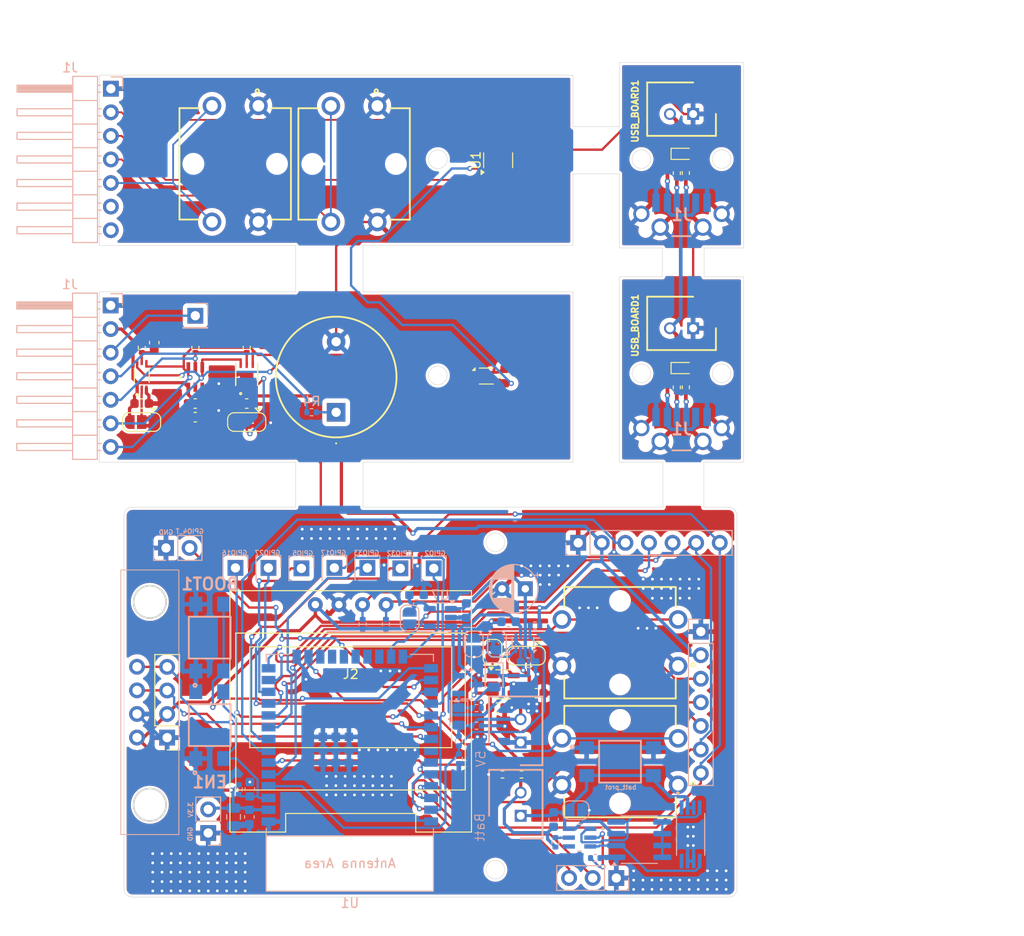
<source format=kicad_pcb>
(kicad_pcb (version 20240108) (generator "pcbnew") (generator_version "8.0")
  (layers (0 "F.Cu" signal) (31 "B.Cu" signal) (34 "B.Paste" user) (35 "F.Paste" user) (36 "B.SilkS" user "B.Silkscreen") (37 "F.SilkS" user "F.Silkscreen") (38 "B.Mask" user) (39 "F.Mask" user) (44 "Edge.Cuts" user))
  (net 0 "")
  (net 1 "GND")
  (net 2 "+3V3")
  (net 3 "Net-(D3-K)")
  (net 4 "VBUS")
  (net 5 "LDO_IN")
  (net 6 "Net-(JP2-B)")
  (net 7 "+BATT")
  (net 8 "ADC_BATT")
  (net 9 "Net-(U2-VDD)")
  (net 10 "Net-(U2-VM)")
  (net 11 "POWER_STATUS")
  (net 12 "IO0")
  (net 13 "EN")
  (net 14 "BUTTON_UP")
  (net 15 "BUTTON_DOWN")
  (net 16 "SCL")
  (net 17 "SDA")
  (net 18 "DIO")
  (net 19 "CLK")
  (net 20 "GPIO15")
  (net 21 "RX")
  (net 22 "GPIO35")
  (net 23 "CHARGE_EN")
  (net 24 "GPIO14")
  (net 25 "GPIO25")
  (net 26 "GPIO26")
  (net 27 "GPIO39")
  (net 28 "TX")
  (net 29 "Net-(J7-Pin_1)")
  (net 30 "Net-(J9-Pin_1)")
  (net 33 "Net-(J10-Pin_1)")
  (net 34 "-BATT")
  (net 35 "DO")
  (net 37 "CO")
  (net 38 "Net-(JP4-C)")
  (net 39 "Net-(AO9926C1-D1-Pad5)")
  (net 40 "GPIO4_T")
  (net 41 "Net-(J11-Pin_1)")
  (net 42 "Net-(JP7-A)")
  (net 43 "Net-(J12-Pin_1)")
  (net 44 "Net-(J13-Pin_1)")
  (net 45 "Net-(J14-Pin_1)")
  (net 47 "Net-(U1-DVI)")
  (net 48 "Net-(JP1-C)")
  (net 49 "Net-(JP2-C)")
  (net 50 "Net-(L1-Pad1)")
  (net 52 "Net-(J1-CC2)")
  (net 53 "Net-(J1-CC1)")
  (footprint "clock:B3F-4055" (layer "F.Cu") (at 160.48 114.5575)
    (property "Reference" "S3" (hide yes))
    (property "Value" "B3F-5050" (hide yes))
  )
  (footprint "clock:Sensirion_DFN-4_1.5x1.5mm_P0.8mm_SHT4x_NoCentralPad" (layer "F.Cu") (at 146.0875 85.835)
    (property "Reference" "U4" (hide yes))
    (property "Value" "SHT4x")
  )
  (footprint "Resistor_SMD:R_0402_1005Metric" (layer "F.Cu") (at 167.568 63.97 90)
    (property "Reference" "R1" (hide yes))
    (property "Value" "5.1k")
  )
  (footprint "Diode_SMD:D_SOD-523" (layer "F.Cu") (at 167.238 84.975)
    (property "Reference" "D1" (hide yes))
    (property "Value" "ESD5Zxx")
  )
  (footprint "Capacitor_SMD:C_0603_1608Metric" (layer "F.Cu") (at 151.48 120)
    (property "Reference" "C10" (hide yes))
    (property "Value" "1uF")
  )
  (footprint "Jumper:SolderJumper-3_P1.3mm_Bridged2Bar12_RoundedPad1.0x1.5mm" (layer "F.Cu") (at 120.295 90.7875 180)
    (property "Reference" "JP2" (hide yes))
    (property "Value" "SolderJumper_3_Bridged12")
  )
  (footprint "Resistor_SMD:R_0402_1005Metric" (layer "F.Cu") (at 120.295 82.7825 -90)
    (property "Reference" "R3" (hide yes))
    (property "Value" "10K")
  )
  (footprint "Resistor_SMD:R_0402_1005Metric" (layer "F.Cu") (at 166.598 63.98 90)
    (property "Reference" "R2" (hide yes))
    (property "Value" "5.1k")
  )
  (footprint "Capacitor_SMD:C_0603_1608Metric" (layer "F.Cu") (at 114.75 88.795)
    (property "Reference" "C3" (hide yes))
    (property "Value" "0.1uF")
  )
  (footprint "clock:tm1637_module" (layer "F.Cu") (at 108.485 120.96)
    (property "Reference" "J3" (hide yes))
    (property "Value" "Led display")
    (fp_circle (center 1.379926 -10.8) (end 1.379926 -12.55) (stroke (width 0.2)) (fill none) (layer "Edge.Cuts"))
    (fp_circle (center 1.379926 11.05) (end 1.379926 9.3) (stroke (width 0.2)) (fill none) (layer "Edge.Cuts"))
  )
  (footprint "Diode_SMD:D_SOD-523" (layer "F.Cu") (at 167.238 61.9)
    (property "Reference" "D1" (hide yes))
    (property "Value" "ESD5Zxx")
  )
  (footprint "Capacitor_SMD:C_0603_1608Metric" (layer "F.Cu") (at 108.99 88.795)
    (property "Reference" "C2" (hide yes))
    (property "Value" "0.1uF")
  )
  (footprint "clock:CPT1414680T" (layer "F.Cu") (at 129.92 89.74)
    (property "Reference" "L1" (hide yes))
    (property "Value" "CPT-14146-80T" (hide yes))
  )
  (footprint "Jumper:SolderJumper-2_P1.3mm_Open_RoundedPad1.0x1.5mm" (layer "F.Cu") (at 146.755 115.6 -90)
    (property "Reference" "JP5" (hide yes))
    (property "Value" "SolderJumper_2_Open")
  )
  (footprint "clock:DNP6_TEX" (layer "F.Cu") (at 120.295 85.6658 90)
    (property "Reference" "U3" (hide yes))
    (property "Value" "OPT3004DTSR")
  )
  (footprint "Capacitor_SMD:C_0603_1608Metric" (layer "F.Cu") (at 147.28 121.55)
    (property "Reference" "C11" (hide yes))
    (property "Value" "1uF")
  )
  (footprint "Resistor_SMD:R_0402_1005Metric" (layer "F.Cu") (at 147.83 128.75 180)
    (property "Reference" "R3" (hide yes))
    (property "Value" "800k")
  )
  (footprint "Resistor_SMD:R_0402_1005Metric" (layer "F.Cu") (at 149.88 128.75 180)
    (property "Reference" "R2" (hide yes))
    (property "Value" "300k")
  )
  (footprint "clock:B3F-4055" (layer "F.Cu") (at 119.055 62.9785 90)
    (property "Reference" "S1" (hide yes))
    (property "Value" "B3F-5050" (hide yes))
  )
  (footprint "Capacitor_SMD:C_0603_1608Metric" (layer "F.Cu") (at 114.75 90.265)
    (property "Reference" "C4" (hide yes))
    (property "Value" "4.7uF" (hide yes))
  )
  (footprint "clock:B3F-4055" (layer "F.Cu") (at 160.48 127.3625)
    (property "Reference" "S4" (hide yes))
    (property "Value" "B3F-5050" (hide yes))
  )
  (footprint "Resistor_SMD:R_0402_1005Metric" (layer "F.Cu") (at 166.598 87.055 90)
    (property "Reference" "R2" (hide yes))
    (property "Value" "5.1k")
  )
  (footprint "clock:SSD1306_0.96_Oled" (layer "F.Cu") (at 118.49 134.95)
    (property "Reference" "J2")
    (property "Value" "oled")
  )
  (footprint "clock:SHDR2W64P0X250_1X2_740X575X700P" (layer "F.Cu") (at 168.355 57.61 180)
    (property "Reference" "USB_BOARD1")
    (property "Value" "Conn_01x02_Socket" (hide yes))
  )
  (footprint "Capacitor_SMD:C_0603_1608Metric" (layer "F.Cu") (at 148.08 85.835 -90)
    (property "Reference" "C6" (hide yes))
    (property "Value" "0.1uF")
  )
  (footprint "Jumper:SolderJumper-3_P1.3mm_Open_RoundedPad1.0x1.5mm" (layer "F.Cu") (at 150.38 115.95 180)
    (property "Reference" "JP4" (hide yes))
    (property "Value" "SolderJumper_3_Open")
  )
  (footprint "Capacitor_SMD:C_0603_1608Metric" (layer "F.Cu") (at 110.34 82.235 90)
    (property "Reference" "C1" (hide yes))
    (property "Value" "0.1uF" (hide yes))
  )
  (footprint "Resistor_SMD:R_0402_1005Metric" (layer "F.Cu") (at 109 82.7825 90)
    (property "Reference" "R1" (hide yes))
    (property "Value" "1K")
  )
  (footprint "Capacitor_SMD:C_0603_1608Metric" (layer "F.Cu") (at 120.295 88.795)
    (property "Reference" "C5" (hide yes))
    (property "Value" "0.1uF")
  )
  (footprint "clock:SHDR2W64P0X250_1X2_740X575X700P" (layer "F.Cu") (at 168.355 80.685 180)
    (property "Reference" "USB_BOARD1")
    (property "Value" "Conn_01x02_Socket" (hide yes))
  )
  (footprint "clock:XDCR_BH1750FVI-TR" (layer "F.Cu") (at 108.995 85.7525 90)
    (property "Reference" "U1" (hide yes))
    (property "Value" "BH1750FVI-TR" (hide yes))
  )
  (footprint "Connector_PinHeader_2.54mm:PinHeader_1x04_P2.54mm_Vertical" (layer "F.Cu") (at 111.73 124.78 180)
    (property "Reference" "J4" (hide yes))
    (property "Value" "Led display 2")
  )
  (footprint "Package_TO_SOT_SMD:SOT-23-3" (layer "F.Cu") (at 147.36 62.59 90)
    (property "Reference" "U1")
    (property "Value" "TMAG5231C1GQDBZR" (hide yes))
  )
  (footprint "clock:LTR-F216A" (layer "F.Cu") (at 114.7604 85.94)
    (property "Reference" "U2" (hide yes))
    (property "Value" "~" (hide yes))
  )
  (footprint "Resistor_SMD:R_0402_1005Metric" (layer "F.Cu") (at 114.77 82.7825 -90)
    (property "Reference" "R2" (hide yes))
    (property "Value" "10K" (hide yes))
  )
  (footprint "Package_TO_SOT_SMD:SOT-23-5" (layer "F.Cu") (at 147.905 119.0375)
    (property "Reference" "U5" (hide yes))
    (property "Value" "MCP73811T-420I-OT")
  )
  (footprint "Jumper:SolderJumper-3_P1.3mm_Bridged2Bar12_RoundedPad1.0x1.5mm" (layer "F.Cu") (at 108.98 90.7875 180)
    (property "Reference" "JP1" (hide yes))
    (property "Value" "SolderJumper_3_Bridged12")
  )
  (footprint "clock:B3F-4055" (layer "F.Cu") (at 131.855 62.9885 90)
    (property "Reference" "S2" (hide yes))
    (property "Value" "B3F-5050" (hide yes))
  )
  (footprint "Resistor_SMD:R_0402_1005Metric" (layer "F.Cu") (at 167.568 87.045 90)
    (property "Reference" "R1" (hide yes))
    (property "Value" "5.1k")
  )
  (footprint "Capacitor_SMD:C_0603_1608Metric" (layer "B.Cu") (at 148.4851 112.3 180)
    (property "Reference" "C7" (hide yes))
    (property "Value" "1uF")
  )
  (footprint "Connector_PinSocket_2.54mm:PinSocket_1x01_P2.54mm_Vertical" (layer "B.Cu") (at 133.28 106.5 90)
    (property "Reference" "J14" (hide yes))
    (property "Value" "Conn_01x01_Socket")
  )
  (footprint "Connector_PinSocket_2.54mm:PinSocket_1x01_P2.54mm_Vertical" (layer "B.Cu") (at 122.63 106.5 90)
    (property "Reference" "J11" (hide yes))
    (property "Value" "Conn_01x01_Socket")
  )
  (footprint "Capacitor_SMD:C_0603_1608Metric" (layer "B.Cu") (at 150.5851 116.7 180)
    (property "Reference" "C6" (hide yes))
    (property "Value" "1uF")
  )
  (footprint "Resistor_SMD:R_0402_1005Metric" (layer "B.Cu") (at 132.78 112.55 90)
    (property "Reference" "R11" (hide yes))
    (property "Value" "5.1k")
  )
  (footprint "Resistor_SMD:R_0402_1005Metric" (layer "B.Cu") (at 135.28 112.55 90)
    (property "Reference" "R12" (hide yes))
    (property "Value" "5.1k")
  )
  (footprint "Connector_PinSocket_2.54mm:PinSocket_1x01_P2.54mm_Vertical" (layer "B.Cu") (at 140.43 106.55 90)
    (property "Reference" "J10" (hide yes))
    (property "Value" "Conn_01x01_Socket")
  )
  (footprint "Capacitor_SMD:C_0805_2012Metric" (layer "B.Cu") (at 118.88 133.325 -90)
    (property "Reference" "C1" (hide yes))
    (property "Value" "22uF")
  )
  (footprint "Resistor_SMD:R_0402_1005Metric" (layer "B.Cu") (at 145.03 123.5)
    (property "Reference" "R9" (hide yes))
    (property "Value" "50k")
  )
  (footprint "Connector_PinSocket_2.54mm:PinSocket_1x01_P2.54mm_Vertical" (layer "B.Cu") (at 126.18 106.55 90)
    (property "Reference" "J9" (hide yes))
    (property "Value" "Conn_01x01_Socket")
  )
  (footprint "Diode_SMD:D_0805_2012Metric" (layer "B.Cu") (at 143.13 122.5 -90)
    (property "Reference" "D3" (hide yes))
    (property "Value" "SD0805S040S0R5")
  )
  (footprint "Package_TO_SOT_SMD:SOT-583-8" (layer "B.Cu") (at 150.0351 114.6 90)
    (property "Reference" "U4" (hide yes))
    (property "Value" "TPS2116DRL")
  )
  (footprint "Resistor_SMD:R_0402_1005Metric" (layer "B.Cu") (at 145.03 121.6)
    (property "Reference" "R8" (hide yes))
    (property "Value" "100K")
  )
  (footprint "Resistor_SMD:R_0402_1005Metric" (layer "B.Cu") (at 143.13 127.05 -90)
    (property "Reference" "R10" (hide yes))
    (property "Value" "800k")
  )
  (footprint "Connector_PinSocket_2.54mm:PinSocket_1x02_P2.54mm_Vertical" (layer "B.Cu") (at 116.15 135.05)
    (property "Reference" "J15" (hide yes))
    (property "Value" "Conn_01x02_Socket")
  )
  (footprint "Capacitor_SMD:C_0603_1608Metric" (layer "B.Cu") (at 153.33 133.6 -90)
    (property "Reference" "C4" (hide yes))
    (property "Value" "0.1uF")
  )
  (footprint "clock:SHDR2W64P0X250_1X2_740X575X700P" (layer "B.Cu") (at 149.78 125.3 90)
    (property "Reference" "USB_BOARD1" (hide yes))
    (property "Value" "Conn_01x02_Socket" (hide yes))
  )
  (footprint "Package_TO_SOT_SMD:SOT-23" (layer "B.Cu") (at 144.03 119.0625)
    (property "Reference" "Q2" (hide yes))
    (property "Value" "FDN304PZ")
  )
  (footprint "Connector_PinSocket_2.54mm:PinSocket_1x07_P2.54mm_Vertical" (layer "B.Cu") (at 155.98 103.8 -90)
    (property "Reference" "J5" (hide yes))
    (property "Value" "Conn_01x07_Socket")
  )
  (footprint "Connector_PinSocket_2.54mm:PinSocket_1x02_P2.54mm_Vertical" (layer "B.Cu") (at 111.605 104.35 -90)
    (property "Reference" "J8" (hide yes))
    (property "Value" "Conn_01x02_Socket")
  )
  (footprint "Connector_PinSocket_2.54mm:PinSocket_1x07_P2.54mm_Vertical" (layer "B.Cu") (at 169.18 113.36 180)
    (property "Reference" "J6" (hide yes))
    (property "Value" "Conn_01x07_Socket")
  )
  (footprint "Resistor_SMD:R_0402_1005Metric" (layer "B.Cu") (at 127.27 89.735 180)
    (property "Reference" "R4")
    (property "Value" "330R")
  )
  (footprint "clock:USB4140GF0070C" (layer "B.Cu") (at 167.105 68.615 180)
    (property "Reference" "J1")
    (property "Value" "USB4140-GF-0070-C" (hide yes))
  )
  (footprint "clock:USB4140GF0070C" (layer "B.Cu") (at 167.105 91.69 180)
    (property "Reference" "J1")
    (property "Value" "USB4140-GF-0070-C" (hide yes))
  )
  (footprint "Resistor_SMD:R_0402_1005Metric" (layer "B.Cu") (at 157.82 137.75)
    (property "Reference" "R5" (hide yes))
    (property "Value" "2.7K")
  )
  (footprint "Connector_PinHeader_2.54mm:PinHeader_1x07_P2.54mm_Horizontal" (layer "B.Cu") (at 105.65 78.235 180)
    (property "Reference" "J1")
    (property "Value" "Conn_01x07_Socket")
  )
  (footprint "Jumper:SolderJumper-2_P1.3mm_Open_RoundedPad1.0x1.5mm" (layer "B.Cu") (at 144.7351 114.7 90)
    (property "Reference" "JP2" (hide yes))
    (property "Value" "Jumper")
  )
  (footprint "Resistor_SMD:R_0402_1005Metric" (layer "B.Cu") (at 143.13 125.15 -90)
    (property "Reference" "R7" (hide yes))
    (property "Value" "500k")
  )
  (footprint "clock:TL3305AF160QG" (layer "B.Cu") (at 160.48 127.37)
    (property "Reference" "BATT_P1" (hide yes))
    (property "Value" "TL3305AF160QG" (hide yes))
  )
  (footprint "Jumper:SolderJumper-2_P1.3mm_Bridged2Bar_RoundedPad1.0x1.5mm" (layer "B.Cu") (at 147.2351 114.7 -90)
    (property "Reference" "JP3" (hide yes))
    (property "Value" "Jumper_bridged")
  )
  (footprint "Package_SO:SOIC-8_3.9x4.9mm_P1.27mm" (layer "B.Cu") (at 162.555 135.765)
    (property "Reference" "AO9926C1" (hide yes))
    (property "Value" "~")
  )
  (footprint "clock:SOT95P280X140-6N" (layer "B.Cu") (at 156.13 135.55 180)
    (property "Reference" "U2" (hide yes))
    (property "Value" "~")
  )
  (footprint "clock:TL3305AF160QG" (layer "B.Cu") (at 116.31 114.01 90)
    (property "Reference" "BOOT1")
    (property "Value" "TL3305AF160QG" (hide yes))
  )
  (footprint "Capacitor_SMD:C_0603_1608Metric" (layer "B.Cu") (at 120.58 133.325 -90)
    (property "Reference" "C2" (hide yes))
    (property "Value" "0.1uF")
  )
  (footprint "Connector_PinHeader_2.54mm:PinHeader_1x01_P2.54mm_Vertical" (layer "B.Cu") (at 114.76 79.335 180)
    (property "Reference" "J2" (hide yes))
    (property "Value" "Conn_01x01_Pin" (hide yes))
  )
  (footprint "Capacitor_THT:CP_Radial_D5.0mm_P2.50mm" (layer "B.Cu") (at 150.2851 108.75 180)
    (property "Reference" "C5" (hide yes))
    (property "Value" "100uF")
  )
  (footprint "clock:SOP65P640X120-8N" (layer "B.Cu") (at 168.08 135.2 -90)
    (property "Reference" "Q1" (hide yes))
    (property "Value" "FS8205A")
  )
  (footprint "clock:TL3305AF160QG" (layer "B.Cu") (at 116.31 123.43 90)
    (property "Reference" "EN1")
    (property "Value" "TL3305AF160QG" (hide yes))
  )
  (footprint "Connector_PinSocket_2.54mm:PinSocket_1x01_P2.54mm_Vertical" (layer "B.Cu") (at 136.83 106.55 90)
    (property "Reference" "J7" (hide yes))
    (property "Value" "Conn_01x01_Socket")
  )
  (footprint "Capacitor_SMD:C_0603_1608Metric" (layer "B.Cu") (at 120.63 130.335 -90)
    (property "Reference" "C3" (hide yes))
    (property "Value" "0.1uF")
  )
  (footprint "Connector_PinSocket_2.54mm:PinSocket_1x01_P2.54mm_Vertical" (layer "B.Cu") (at 119.08 106.5 90)
    (property "Reference" "J12" (hide yes))
    (property "Value" "Conn_01x01_Socket")
  )
  (footprint "Jumper:SolderJumper-2_P1.3mm_Open_RoundedPad1.0x1.5mm" (layer "B.Cu") (at 155.73 132.6)
    (property "Reference" "JP1" (hide yes))
    (property "Value" "Jumper")
  )
  (footprint "Capacitor_SMD:C_0603_1608Metric" (layer "B.Cu") (at 143.93 111.1 -90)
    (property "Reference" "C9" (hide yes))
    (property "Value" "1uF")
  )
  (footprint "PCM_Espressif:ESP32-WROOM-32E" (layer "B.Cu") (at 131.395 126.81)
    (property "Reference" "U1")
    (property "Value" "ESP32-WROOM-E")
  )
  (footprint "Connector_PinHeader_2.54mm:PinHeader_1x07_P2.54mm_Horizontal" (layer "B.Cu") (at 105.67 54.885 180)
    (property "Reference" "J1")
    (property "Value" "Conn_01x07_Socket")
  )
  (footprint "Resistor_SMD:R_0402_1005Metric" (layer "B.Cu") (at 153.53 136.05 -90)
    (property "Reference" "R4" (hide yes))
    (property "Value" "330R")
  )
  (footprint "Resistor_SMD:R_0402_1005Metric" (layer "B.Cu") (at 151.33 112.7)
    (property "Reference" "R6" (hide yes))
    (property "Value" "10K")
  )
  (footprint "Connector_PinSocket_2.54mm:PinSocket_1x01_P2.54mm_Vertical" (layer "B.Cu") (at 129.73 106.5 90)
    (property "Reference" "J13" (hide yes))
    (property "Value" "Conn_01x01_Socket")
  )
  (footprint "Connector_PinHeader_2.54mm:PinHeader_1x03_P2.54mm_Vertical" (layer "B.Cu") (at 160.08 139.9 90)
    (property "Reference" "J1" (hide yes))
    (property "Value" "Conn_01x03_Pin")
  )
  (footprint "Diode_SMD:D_0805_2012Metric" (layer "B.Cu") (at 146.93 118.4 -90)
    (property "Reference" "D4" (hide yes))
    (property "Value" "SD0805S040S0R5")
  )
  (footprint "Resistor_SMD:R_0402_1005Metric" (layer "B.Cu") (at 119.43 130.36 -90)
    (property "Reference" "R1" (hide yes))
    (property "Value" "10k")
  )
  (footprint "Jumper:SolderJumper-2_P1.3mm_Open_RoundedPad1.0x1.5mm" (layer "B.Cu") (at 137.83 111.9 -90)
    (property "Reference" "JP7" (hide yes))
    (property "Value" "Jumper")
  )
  (footprint "Capacitor_SMD:C_0603_1608Metric" (layer "B.Cu") (at 138.58 109.4)
    (property "Reference" "C8" (hide yes))
    (property "Value" "1uF")
  )
  (footprint "clock:SHDR2W64P0X250_1X2_740X575X700P" (layer "B.Cu") (at 149.79 133.2 90)
    (property "Reference" "U3" (hide yes))
    (property "Value" "~" (hide yes))
  )
  (footprint "Package_TO_SOT_SMD:SOT-23-5" (layer "B.Cu") (at 141.1325 111.84 180)
    (property "Reference" "U7")
    (property "Value" "TLV75533PDBV")
  )
  (gr_rect (start 106.74 106.72) (end 112.99 135.22) (stroke (width 0.1)) (fill none) (layer "B.SilkS"))
  (gr_line (start 104.42 53.42) (end 155.42 53.42) (stroke (width 0.05)) (layer "Edge.Cuts"))
  (gr_line (start 173.79 72.04) (end 173.79 52.06) (stroke (width 0.05)) (layer "Edge.Cuts"))
  (gr_line (start 137.82 95.115) (end 132.82 95.115) (stroke (width 0.05)) (layer "Edge.Cuts"))
  (gr_line (start 160.42 58.98) (end 160.42 52.06) (stroke (width 0.05)) (layer "Edge.Cuts"))
  (gr_line (start 173.79 75.135) (end 169.53 75.135) (stroke (width 0.05)) (layer "Edge.Cuts"))
  (gr_line (start 137.82 76.765) (end 132.82 76.765) (stroke (width 0.05)) (layer "Edge.Cuts"))
  (gr_line (start 165.1 99.96) (end 165.1 95.115) (stroke (width 0.05)) (layer "Edge.Cuts"))
  (gr_line (start 155.42 53.42) (end 155.42 58.98) (stroke (width 0.05)) (layer "Edge.Cuts"))
  (gr_line (start 125.56 71.77) (end 104.42 71.77) (stroke (width 0.05)) (layer "Edge.Cuts"))
  (gr_line (start 165.05 75.135) (end 165.05 72.04) (stroke (width 0.05)) (layer "Edge.Cuts"))
  (gr_line (start 132.82 99.96) (end 132.82 95.115) (stroke (width 0.05)) (layer "Edge.Cuts"))
  (gr_line (start 160.42 95.115) (end 160.42 75.135) (stroke (width 0.05)) (layer "Edge.Cuts"))
  (gr_circle (center 162.785 85.545) (end 163.785 85.545) (stroke (width 0.05)) (fill none) (layer "Edge.Cuts"))
  (gr_line (start 165.1 99.96) (end 137.82 99.96) (stroke (width 0.05)) (layer "Edge.Cuts"))
  (gr_line (start 155.42 64.05) (end 155.42 71.77) (stroke (width 0.05)) (layer "Edge.Cuts"))
  (gr_line (start 155.42 58.98) (end 160.42 58.98) (stroke (width 0.05)) (layer "Edge.Cuts"))
  (gr_line (start 104.42 71.77) (end 104.42 53.42) (stroke (width 0.05)) (layer "Edge.Cuts"))
  (gr_line (start 160.42 72.04) (end 160.42 64.05) (stroke (width 0.05)) (layer "Edge.Cuts"))
  (gr_line (start 155.42 64.05) (end 160.42 64.05) (stroke (width 0.05)) (layer "Edge.Cuts"))
  (gr_arc (start 107.079514 100.860486) (mid 107.343267 100.223753) (end 107.98 99.96) (stroke (width 0.05)) (layer "Edge.Cuts"))
  (gr_line (start 125.56 95.12) (end 104.42 95.12) (stroke (width 0.05)) (layer "Edge.Cuts"))
  (gr_line (start 173.79 72.04) (end 169.53 72.04) (stroke (width 0.05)) (layer "Edge.Cuts"))
  (gr_circle (center 162.785 62.47) (end 163.785 62.47) (stroke (width 0.05)) (fill none) (layer "Edge.Cuts"))
  (gr_line (start 107.98 99.96) (end 125.56 99.96) (stroke (width 0.05)) (layer "Edge.Cuts"))
  (gr_circle (center 147.06 103.745) (end 148.06 103.745) (stroke (width 0.05)) (fill none) (layer "Edge.Cuts"))
  (gr_line (start 173.79 95.115) (end 172.179514 95.115) (stroke (width 0.05)) (layer "Edge.Cuts"))
  (gr_line (start 173.79 95.115) (end 173.79 75.135) (stroke (width 0.05)) (layer "Edge.Cuts"))
  (gr_line (start 155.42 76.765) (end 155.42 95.115) (stroke (width 0.05)) (layer "Edge.Cuts"))
  (gr_line (start 155.42 95.115) (end 137.82 95.115) (stroke (width 0.05)) (layer "Edge.Cuts"))
  (gr_line (start 172.179514 95.115) (end 169.51 95.115) (stroke (width 0.05)) (layer "Edge.Cuts"))
  (gr_arc (start 172.179514 99.96) (mid 172.81625 100.22375) (end 173.08 100.860486) (stroke (width 0.05)) (layer "Edge.Cuts"))
  (gr_arc (start 107.98 141.96) (mid 107.343257 141.696257) (end 107.079514 141.059514) (stroke (width 0.05)) (layer "Edge.Cuts"))
  (gr_line (start 107.079514 141.059514) (end 107.079514 100.860486) (stroke (width 0.05)) (layer "Edge.Cuts"))
  (gr_line (start 125.56 99.96) (end 125.56 95.12) (stroke (width 0.05)) (layer "Edge.Cuts"))
  (gr_line (start 125.56 76.765) (end 125.56 71.77) (stroke (width 0.05)) (layer "Edge.Cuts"))
  (gr_line (start 155.42 71.765) (end 137.82 71.765) (stroke (width 0.05)) (layer "Edge.Cuts"))
  (gr_line (start 173.79 52.06) (end 160.42 52.06) (stroke (width 0.05)) (layer "Edge.Cuts"))
  (gr_circle (center 171.425 85.545) (end 172.425 85.545) (stroke (width 0.05)) (fill none) (layer "Edge.Cuts"))
  (gr_line (start 165.1 95.115) (end 160.42 95.115) (stroke (width 0.05)) (layer "Edge.Cuts"))
  (gr_circle (center 140.87 62.49) (end 141.87 62.49) (stroke (width 0.05)) (fill none) (layer "Edge.Cuts"))
  (gr_circle (center 147.06 139.005) (end 148.06 139.005) (stroke (width 0.05)) (fill none) (layer "Edge.Cuts"))
  (gr_line (start 165.05 75.135) (end 160.42 75.135) (stroke (width 0.05)) (layer "Edge.Cuts"))
  (gr_line (start 169.51 99.96) (end 169.51 95.12) (stroke (width 0.05)) (layer "Edge.Cuts"))
  (gr_line (start 137.82 99.96) (end 132.82 99.96) (stroke (width 0.05)) (layer "Edge.Cuts"))
  (gr_line (start 132.82 71.765) (end 132.82 76.765) (stroke (width 0.05)) (layer "Edge.Cuts"))
  (gr_line (start 173.08 141.06) (end 173.08 100.860486) (stroke (width 0.05)) (layer "Edge.Cuts"))
  (gr_line (start 104.42 95.115) (end 104.42 76.765) (stroke (width 0.05)) (layer "Edge.Cuts"))
  (gr_line (start 165.05 72.04) (end 160.42 72.04) (stroke (width 0.05)) (layer "Edge.Cuts"))
  (gr_line (start 137.82 71.765) (end 132.82 71.765) (stroke (width 0.05)) (layer "Edge.Cuts"))
  (gr_line (start 107.98 141.96) (end 172.179514 141.96) (stroke (width 0.05)) (layer "Edge.Cuts"))
  (gr_circle (center 171.425 62.47) (end 172.425 62.47) (stroke (width 0.05)) (fill none) (layer "Edge.Cuts"))
  (gr_line (start 172.179514 99.96) (end 169.51 99.96) (stroke (width 0.05)) (layer "Edge.Cuts"))
  (gr_line (start 155.42 76.765) (end 137.82 76.765) (stroke (width 0.05)) (layer "Edge.Cuts"))
  (gr_line (start 104.42 76.765) (end 125.56 76.765) (stroke (width 0.05)) (layer "Edge.Cuts"))
  (gr_line (start 169.53 72.04) (end 169.53 75.135) (stroke (width 0.05)) (layer "Edge.Cuts"))
  (gr_arc (start 173.08 141.06) (mid 172.816255 141.696745) (end 172.179514 141.960486) (stroke (width 0.05)) (layer "Edge.Cuts"))
  (gr_circle (center 140.86 85.775) (end 141.86 85.775) (stroke (width 0.05)) (fill none) (layer "Edge.Cuts"))
  (gr_text "GPIO2" (at 141.76 105.22 0) (layer "B.SilkS") (effects (font (size 0.5 0.5) (thickness 0.1)) (justify left bottom mirror)))
  (gr_text "3.3V" (at 114.55 131.67 90) (layer "B.SilkS") (effects (font (size 0.5 0.5) (thickness 0.1)) (justify left bottom mirror)))
  (gr_text "GPIO5" (at 127.51 105.22 0) (layer "B.SilkS") (effects (font (size 0.5 0.5) (thickness 0.1)) (justify left bottom mirror)))
  (gr_text "GPIO33" (at 134.61 105.17 0) (layer "B.SilkS") (effects (font (size 0.5 0.5) (thickness 0.1)) (justify left bottom mirror)))
  (gr_text "GPIO27" (at 123.96 105.17 0) (layer "B.SilkS") (effects (font (size 0.5 0.5) (thickness 0.1)) (justify left bottom mirror)))
  (gr_text "GPIO16" (at 120.41 105.17 0) (layer "B.SilkS") (effects (font (size 0.5 0.5) (thickness 0.1)) (justify left bottom mirror)))
  (gr_text "GPIO4_T" (at 115.73 102.86 0) (layer "B.SilkS") (effects (font (size 0.5 0.5) (thickness 0.1)) (justify left bottom mirror)))
  (gr_text "Batt\n" (at 145.98 132.84 90) (layer "B.SilkS") (effects (font (size 1 1) (thickness 0.1)) (justify left bottom mirror)))
  (gr_text "GND" (at 114.5 134.34 90) (layer "B.SilkS") (effects (font (size 0.5 0.5) (thickness 0.1)) (justify left bottom mirror)))
  (gr_text "GND" (at 112.43 102.96 0) (layer "B.SilkS") (effects (font (size 0.5 0.5) (thickness 0.1)) (justify left bottom mirror)))
  (gr_text "batt_prot" (at 162.31 130.41 0) (layer "B.SilkS") (effects (font (size 0.5 0.5) (thickness 0.1)) (justify left bottom mirror)))
  (gr_text "GPIO17" (at 131.06 105.17 0) (layer "B.SilkS") (effects (font (size 0.5 0.5) (thickness 0.1)) (justify left bottom mirror)))
  (gr_text "5V\n" (at 146.08 126.1 90) (layer "B.SilkS") (effects (font (size 1 1) (thickness 0.1)) (justify left bottom mirror)))
  (gr_text "GPIO32" (at 138.16 105.22 0) (layer "B.SilkS") (effects (font (size 0.5 0.5) (thickness 0.1)) (justify left bottom mirror)))
  (segment (start 158.548541 61.4525) (end 164.131041 55.87) (width 0.25) (layer "F.Cu") (net 1))
  (segment (start 143.98 120.65) (end 144.33 121) (width 0.35) (layer "F.Cu") (net 1))
  (segment (start 143.98 119.85) (end 143.98 120.65) (width 0.35) (layer "F.Cu") (net 1))
  (segment (start 159.83 102.89) (end 159.13 102.19) (width 0.35) (layer "F.Cu") (net 1))
  (segment (start 147.42 85.435) (end 146.7875 85.435) (width 0.25) (layer "F.Cu") (net 1))
  (segment (start 109.765 87.93) (end 109.765 88.795) (width 0.35) (layer "F.Cu") (net 1))
  (segment (start 148.08 123.6) (end 149.78 125.3) (width 0.35) (layer "F.Cu") (net 1))
  (segment (start 164.131041 55.87) (end 165.62 55.87) (width 0.25) (layer "F.Cu") (net 1))
  (segment (start 109.495 87.66) (end 109.765 87.93) (width 0.35) (layer "F.Cu") (net 1))
  (segment (start 129.92 82.14) (end 129.92 71.88) (width 0.25) (layer "F.Cu") (net 1))
  (segment (start 144.7925 119.0375) (end 143.98 119.85) (width 0.35) (layer "F.Cu") (net 1))
  (segment (start 147.36 61.4525) (end 158.548541 61.4525) (width 0.25) (layer "F.Cu") (net 1))
  (segment (start 147.795 85.06) (end 147.42 85.435) (width 0.25) (layer "F.Cu") (net 1))
  (segment (start 165.62 55.87) (end 167.36 57.61) (width 0.25) (layer "F.Cu") (net 1))
  (segment (start 120.944999 86.6945) (end 120.944999 86.315799) (width 0.35) (layer "F.Cu") (net 1))
  (segment (start 129.92 71.88) (end 132.5615 69.2385) (width 0.25) (layer "F.Cu") (net 1))
  (segment (start 148.83 121.55) (end 148.055 121.55) (width 0.35) (layer "F.Cu") (net 1))
  (segment (start 144.33 121) (end 145.53 121) (width 0.35) (layer "F.Cu") (net 1))
  (segment (start 148.08 85.06) (end 147.795 85.06) (width 0.25) (layer "F.Cu") (net 1))
  (segment (start 120.944999 86.315799) (end 120.295 85.6658) (width 0.35) (layer "F.Cu") (net 1))
  (segment (start 128.269 95.209) (end 127.27 94.21) (width 0.25) (layer "F.Cu") (net 1))
  (segment (start 169.405 69.795) (end 168.355 70.845) (width 0.25) (layer "F.Cu") (net 1))
  (segment (start 159.13 102.19) (end 157.59 102.19) (width 0.35) (layer "F.Cu") (net 1))
  (segment (start 128.269 102.325) (end 128.269 95.209) (width 0.25) (layer "F.Cu") (net 1))
  (segment (start 148.08 123.55) (end 148.08 123.6) (width 0.35) (layer "F.Cu") (net 1))
  (segment (start 157.59 102.19) (end 155.98 103.8) (width 0.35) (layer "F.Cu") (net 1))
  (segment (start 167.36 57.61) (end 168.355 57.61) (width 0.25) (layer "F.Cu") (net 1))
  (segment (start 168.355 70.845) (end 168.355 80.685) (width 0.25) (layer "F.Cu") (net 1))
  (segment (start 109.495 87.1275) (end 109.495 87.66) (width 0.35) (layer "F.Cu") (net 1))
  (segment (start 146.7675 119.0375) (end 144.7925 119.0375) (width 0.35) (layer "F.Cu") (net 1))
  (segment (start 159.83 104.8) (end 159.83 102.89) (width 0.35) (layer "F.Cu") (net 1))
  (segment (start 132.5615 69.2385) (end 134.355 69.2385) (width 0.25) (layer "F.Cu") (net 1))
  (via (at 164.95 108.71) (size 0.56) (drill 0.3) (layers "F.Cu" "B.Cu") (net 1))
  (via (at 129.89 128.95) (size 0.56) (drill 0.3) (layers "F.Cu" "B.Cu") (net 1))
  (via (at 148.08 123.55) (size 0.56) (drill 0.3) (layers "F.Cu" "B.Cu") (net 1))
  (via (at 135.224 103.325) (size 0.56) (drill 0.3) (layers "F.Cu" "B.Cu") (net 1))
  (via (at 119.134 141.285) (size 0.56) (drill 0.3) (layers "F.Cu" "B.Cu") (net 1))
  (via (at 150.886 106.275) (size 0.56) (drill 0.3) (layers "F.Cu" "B.Cu") (net 1))
  (via (at 120.134 141.285) (size 0.56) (drill 0.3) (layers "F.Cu" "B.Cu") (net 1))
  (via (at 131.244 102.325) (size 0.56) (drill 0.3) (layers "F.Cu" "B.Cu") (net 1))
  (via (at 114.15 138.27) (size 0.56) (drill 0.3) (layers "F.Cu" "B.Cu") (net 1))
  (via (at 131.896 129.955) (size 0.56) (drill 0.3) (layers "F.Cu" "B.Cu") (net 1))
  (via (at 167.95 107.71) (size 0.56) (drill 0.3) (layers "F.Cu" "B.Cu") (net 1))
  (via (at 120.134 140.285) (size 0.56) (drill 0.3) (layers "F.Cu" "B.Cu") (net 1))
  (via (at 116.156 139.275) (size 0.56) (drill 0.3) (layers "F.Cu" "B.Cu") (net 1))
  (via (at 150.64 121.16) (size 0.56) (drill 0.3) (layers "F.Cu" "B.Cu") (net 1))
  (via (at 145.13 124.7) (size 0.56) (drill 0.3) (layers "F.Cu" "B.Cu") (net 1))
  (via (at 152.87 108.29) (size 0.56) (drill 0.3) (layers "F.Cu" "B.Cu") (net 1))
  (via (at 114.15 139.27) (size 0.56) (drill 0.3) (layers "F.Cu" "B.Cu") (net 1))
  (via (at 113.15 138.27) (size 0.56) (drill 0.3) (layers "F.Cu" "B.Cu") (net 1))
  (via (at 165.95 107.71) (size 0.56) (drill 0.3) (layers "F.Cu" "B.Cu") (net 1))
  (via (at 112.175 137.27) (size 0.56) (drill 0.3) (layers "F.Cu" "B.Cu") (net 1))
  (via (at 115.154 140.285) (size 0.56) (drill 0.3) (layers "F.Cu" "B.Cu") (net 1))
  (via (at 162.976 108.715) (size 0.56) (drill 0.3) (layers "F.Cu" "B.Cu") (net 1))
  (via (at 135.87 130.95) (size 0.56) (drill 0.3) (layers "F.Cu" "B.Cu") (net 1))
  (via (at 132.895 128.95) (size 0.56) (drill 0.3) (layers "F.Cu" "B.Cu") (net 1))
  (via (at 145.28 118.05) (size 0.56) (drill 0.3) (layers "F.Cu" "B.Cu") (net 1))
  (via (at 133.87 130.95) (size 0.56) (drill 0.3) (layers "F.Cu" "B.Cu") (net 1))
  (via (at 168.904 140.125) (size 0.56) (drill 0.3) (layers "F.Cu" "B.Cu") (net 1))
  (via (at 126.68 118.5) (size 0.56) (drill 0.3) (layers "F.Cu" "B.Cu") (net 1))
  (via (at 171.904 141.125) (size 0.56) (drill 0.3) (layers "F.Cu" "B.Cu") (net 1))
  (via (at 168.38 135.4) (size 0.56) (drill 0.3) (layers "F.Cu" "B.Cu") (net 1))
  (via (at 110.18 141.29) (size 0.56) (drill 0.3) (layers "F.Cu" "B.Cu") (net 1))
  (via (at 134.43 126.1) (size 0.56) (drill 0.3) (layers "F.Cu" "B.Cu") (net 1))
  (via (at 130.244 102.325) (size 0.56) (drill 0.3) (layers "F.Cu" "B.Cu") (net 1))
  (via (at 146.33 128.75) (size 0.56) (drill 0.3) (layers "F.Cu" "B.Cu") (net 1))
  (via (at 138.68 106.3) (size 0.56) (drill 0.3) (layers "F.Cu" "B.Cu") (net 1))
  (via (at 145.88 124.7) (size 0.56) (drill 0.3) (layers "F.Cu" "B.Cu") (net 1))
  (via (at 151.896 108.295) (size 0.56) (drill 0.3) (layers "F.Cu" "B.Cu") (net 1))
  (via (at 118.134 141.285) (size 0.56) (drill 0.3) (layers "F.Cu" "B.Cu") (net 1))
  (via (at 151.892 106.28) (size 0.56) (drill 0.3) (layers "F.Cu" "B.Cu") (net 1))
  (via (at 117.13 138.27) (size 0.56) (drill 0.3) (layers "F.Cu" "B.Cu") (net 1))
  (via (at 135.73 117.6) (size 0.56) (drill 0.3) (layers "F.Cu" "B.Cu") (net 1))
  (via (at 149.886 106.275) (size 0.56) (drill 0.3) (layers "F.Cu" "B.Cu") (net 1))
  (via (at 162.95 140.13) (size 0.56) (drill 0.3) (layers "F.Cu" "B.Cu") (net 1))
  (via (at 161.95 140.13) (size 0.56) (drill 0.3) (layers "F.Cu" "B.Cu") (net 1))
  (via (at 111.176 137.275) (size 0.56) (drill 0.3) (layers "F.Cu" "B.Cu") (net 1))
  (via (at 119.13 138.27) (size 0.56) (drill 0.3) (layers "F.Cu" "B.Cu") (net 1))
  (via (at 128.89 129.95) (size 0.56) (drill 0.3) (layers "F.Cu" "B.Cu") (net 1))
  (via (at 138.41 126.1) (size 0.56) (drill 0.3) (layers "F.Cu" "B.Cu") (net 1))
  (via (at 134.87 129.95) (size 0.56) (drill 0.3) (layers "F.Cu" "B.Cu") (net 1))
  (via (at 128.244 103.325) (size 0.56) (drill 0.3) (layers "F.Cu" "B.Cu") (net 1))
  (via (at 117.29 86.655) (size 0.56) (drill 0.3) (layers "F.Cu" "B.Cu") (net 1))
  (via (at 162.43 113) (size 0.56) (drill 0.3) (layers "F.Cu" "B.Cu") (net 1))
  (via (at 120.13 139.27) (size 0.56) (drill 0.3) (layers "F.Cu" "B.Cu") (net 1))
  (via (at 120.13 138.27) (size 0.56) (drill 0.3) (layers "F.Cu" "B.Cu") (net 1))
  (via (at 134.87 130.95) (size 0.56) (drill 0.3) (layers "F.Cu" "B.Cu") (net 1))
  (via (at 167.94 109.76) (size 0.56) (drill 0.3) (layers "F.Cu" "B.Cu") (net 1))
  (via (at 130.244 103.325) (size 0.56) (drill 0.3) (layers "F.Cu" "B.Cu") (net 1))
  (via (at 114.15 137.27) (size 0.56) (drill 0.3) (layers "F.Cu" "B.Cu") (net 1))
  (via (at 168.904 141.125) (size 0.56) (drill 0.3) (layers "F.Cu" "B.Cu") (net 1))
  (via (at 166.94 109.76) (size 0.56) (drill 0.3) (layers "F.Cu" "B.Cu") (net 1))
  (via (at 113.15 137.27) (size 0.56) (drill 0.3) (layers "F.Cu" "B.Cu") (net 1))
  (via (at 116.156 137.275) (size 0.56) (drill 0.3) (layers "F.Cu" "B.Cu") (net 1))
  (via (at 164.924 140.125) (size 0.56) (drill 0.3) (layers "F.Cu" "B.Cu") (net 1))
  (via (at 129.244 103.325) (size 0.56) (drill 0.3) (layers "F.Cu" "B.Cu") (net 1))
  (via (at 134.73 117.6) (size 0.56) (drill 0.3) (layers "F.Cu" "B.Cu") (net 1))
  (via (at 157.08 110.8) (size 0.56) (drill 0.3) (layers "F.Cu" "B.Cu") (net 1))
  (via (at 127.27 102.33) (size 0.56) (drill 0.3) (layers "F.Cu" "B.Cu") (net 1))
  (via (at 129.89 130.95) (size 0.56) (drill 0.3) (layers "F.Cu" "B.Cu") (net 1))
  (via (at 115.15 138.27) (size 0.56) (drill 0.3) (layers "F.Cu" "B.Cu") (net 1))
  (via (at 158.03 110.8) (size 0.56) (drill 0.3) (layers "F.Cu" "B.Cu") (net 1))
  (via (at 151.892 107.28) (size 0.56) (drill 0.3) (layers "F.Cu" "B.Cu") (net 1))
  (via (at 129.244 102.325) (size 0.56) (drill 0.3) (layers "F.Cu" "B.Cu") (net 1))
  (via (at 130.89 128.95) (size 0.56) (drill 0.3) (layers "F.Cu" "B.Cu") (net 1))
  (via (at 151.63 117.95) (size 0.56) (drill 0.3) (layers "F.Cu" "B.Cu") (net 1))
  (via (at 163.924 141.125) (size 0.56) (drill 0.3) (layers "F.Cu" "B.Cu") (net 1))
  (via (at 132.43 126.1) (size 0.56) (drill 0.3) (layers "F.Cu" "B.Cu") (net 1))
  (via (at 113.154 141.285) (size 0.56) (drill 0.3) (layers "F.Cu" "B.Cu") (net 1))
  (via (at 134.87 128.95) (size 0.56) (drill 0.3) (layers "F.Cu" "B.Cu") (net 1))
  (via (at 169.904 141.125) (size 0.56) (drill 0.3) (layers "F.Cu" "B.Cu") (net 1))
  (via (at 111.18 140.29) (size 0.56) (drill 0.3) (layers "F.Cu" "B.Cu") (net 1))
  (via (at 132.25 103.33) (size 0.56) (drill 0.3) (layers "F.Cu" "B.Cu") (net 1))
  (via (at 133.249 102.325) (size 0.56) (drill 0.3) (layers "F.Cu" "B.Cu") (net 1))
  (via (at 154.866 106.275) (size 0.56) (drill 0.3) (layers "F.Cu" "B.Cu") (net 1))
  (via (at 134.224 102.325) (size 0.56) (drill 0.3) (layers "F.Cu" "B.Cu") (net 1))
  (via (at 166.95 107.71) (size 0.56) (drill 0.3) (layers "F.Cu" "B.Cu") (net 1))
  (via (at 122.88 90.865) (size 0.56) (drill 0.3) (layers "F.Cu" "B.Cu") (net 1))
  (via (at 134.224 103.325) (size 0.56) (drill 0.3) (layers "F.Cu" "B.Cu") (net 1))
  (via (at 169.904 140.125) (size 0.56) (drill 0.3) (layers "F.Cu" "B.Cu") (net 1))
  (via (at 169.904 139.125) (size 0.56) (drill 0.3) (layers "F.Cu" "B.Cu") (net 1))
  (via (at 112.154 140.285) (size 0.56) (drill 0.3) (layers "F.Cu" "B.Cu") (net 1))
  (via (at 167.93 140.13) (size 0.56) (drill 0.3) (layers "F.Cu" "B.Cu") (net 1))
  (via (at 171.904 139.125) (size 0.56) (drill 0.3) (layers "F.Cu" "B.Cu") (net 1))
  (via (at 135.224 102.325) (size 0.56) (drill 0.3) (layers "F.Cu" "B.Cu") (net 1))
  (via (at 151.52 121.91) (size 0.56) (drill 0.3) (layers "F.Cu" "B.Cu") (net 1))
  (via (at 119.13 139.27) (size 0.56) (drill 0.3) (layers "F.Cu" "B.Cu") (net 1))
  (via (at 149.886 107.275) (size 0.56) (drill 0.3) (layers "F.Cu" "B.Cu") (net 1))
  (via (at 116.16 140.29) (size 0.56) (drill 0.3) (layers "F.Cu" "B.Cu") (net 1))
  (via (at 135.08 106.2) (size 0.56) (drill 0.3) (layers "F.Cu" "B.Cu") (net 1))
  (via (at 137.41 126.1) (size 0.56) (drill 0.3) (layers "F.Cu" "B.Cu") (net 1))
  (via (at 120.13 137.27) (size 0.56) (drill 0.3) (layers "F.Cu" "B.Cu") (net 1))
  (via (at 163.976 107.715) (size 0.56) (drill 0.3) (layers "F.Cu" "B.Cu") (net 1))
  (via (at 113.154 140.285) (size 0.56) (drill 0.3) (layers "F.Cu" "B.Cu") (net 1))
  (via (at 166.924 140.125) (size 0.56) (drill 0.3) (layers "F.Cu" "B.Cu") (net 1))
  (via (at 132.87 129.95) (size 0.56) (drill 0.3) (layers "F.Cu" "B.Cu") (net 1))
  (via (at 167.95 108.71) (size 0.56) (drill 0.3) (layers "F.Cu" "B.Cu") (net 1))
  (via (at 113.15 139.27) (size 0.56) (drill 0.3) (layers "F.Cu" "B.Cu") (net 1))
  (via (at 164.924 141.125) (size 0.56) (drill 0.3) (layers "F.Cu" "B.Cu") (net 1))
  (via (at 117.28 89.545) (size 0.56) (drill 0.3) (layers "F.Cu" "B.Cu") (net 1))
  (via (at 168.38 134.4) (size 0.56) (drill 0.3) (layers "F.Cu" "B.Cu") (net 1))
  (via (at 145.53 121) (size 0.56) (drill 0.3) (layers "F.Cu" "B.Cu") (net 1))
  (via (at 118.134 140.285) (size 0.56) (drill 0.3) (layers "F.Cu" "B.Cu") (net 1))
  (via (at 110.176 139.275) (size 0.56) (drill 0.3) (layers "F.Cu" "B.Cu") (net 1))
  (via (at 118.13 139.27) (size 0.56) (drill 0.3) (layers "F.Cu" "B.Cu") (net 1))
  (via (at 127.27 103.33) (size 0.56) (drill 0.3) (layers "F.Cu" "B.Cu") (net 1))
  (via (at 132.25 102.33) (size 0.56) (drill 0.3) (layers "F.Cu" "B.Cu") (net 1))
  (via (at 167.78 134.42) (size 0.56) (drill 0.3) (layers "F.Cu" "B.Cu") (net 1))
  (via (at 135.87 128.95) (size 0.56) (drill 0.3) (layers "F.Cu" "B.Cu") (net 1))
  (via (at 116.16 141.29) (size 0.56) (drill 0.3) (layers "F.Cu" "B.Cu") (net 1))
  (via (at 168.38 136.4) (size 0.56) (drill 0.3) (layers "F.Cu" "B.Cu") (net 1))
  (via (at 120.63 129.56) (size 0.56) (drill 0.3) (layers "F.Cu" "B.Cu") (net 1))
  (via (at 165.95 108.71) (size 0.56) (drill 0.3) (layers "F.Cu" "B.Cu") (net 1))
  (via (at 130.89 130.95) (size 0.56) (drill 0.3) (layers "F.Cu" "B.Cu") (net 1))
  (via (at 126.27 103.33) (size 0.56) (drill 0.3) (layers "F.Cu" "B.Cu") (net 1))
  (via (at 135.436 126.105) (size 0.56) (drill 0.3) (layers "F.Cu" "B.Cu") (net 1))
  (via (at 162.95 141.13) (size 0.56) (drill 0.3) (layers "F.Cu" "B.Cu") (net 1))
  (via (at 129.89 129.95) (size 0.56) (drill 0.3) (layers "F.Cu" "B.Cu") (net 1))
  (via (at 136.73 117.6) (size 0.56) (drill 0.3) (layers "F.Cu" "B.Cu") (net 1))
  (via (at 132.87 130.95) (size 0.56) (drill 0.3) (layers "F.Cu" "B.Cu") (net 1))
  (via (at 148.83 121.55) (size 0.56) (drill 0.3) (layers "F.Cu" "B.Cu") (net 1))
  (via (at 167.78 135.41) (size 0.56) (drill 0.3) (layers "F.Cu" "B.Cu") (net 1))
  (via (at 165.94 109.76) (size 0.56) (drill 0.3) (layers "F.Cu" "B.Cu") (net 1))
  (via (at 166.924 141.125) (size 0.56) (drill 0.3) (layers "F.Cu" "B.Cu") (net 1))
  (via (at 152.866 107.275) (size 0.56) (drill 0.3) (layers "F.Cu" "B.Cu") (net 1))
  (via (at 165.924 141.125) (size 0.56) (drill 0.3) (layers "F.Cu" "B.Cu") (net 1))
  (via (at 136.224 103.325) (size 0.56) (drill 0.3) (layers "F.Cu" "B.Cu") (net 1))
  (via (at 128.89 130.95) (size 0.56) (drill 0.3) (layers "F.Cu" "B.Cu") (net 1))
  (via (at 133.87 128.95) (size 0.56) (drill 0.3) (layers "F.Cu" "B.Cu") (net 1))
  (via (at 153.866 106.275) (size 0.56) (drill 0.3) (layers "F.Cu" "B.Cu") (net 1))
  (via (at 118.13 138.27) (size 0.56) (drill 0.3) (layers "F.Cu" "B.Cu") (net 1))
  (via (at 164.966 109.765) (size 0.56) (drill 0.3) (layers "F.Cu" "B.Cu") (net 1))
  (via (at 115.154 141.285) (size 0.56) (drill 0.3) (layers "F.Cu" "B.Cu") (net 1))
  (via (at 117.134 140.285) (size 0.56) (drill 0.3) (layers "F.Cu" "B.Cu") (net 1))
  (via (at 117.13 139.27) (size 0.56) (drill 0.3) (layers "F.Cu" "B.Cu") (net 1))
  (via (at 149.03 119) (size 0.56) (drill 0.3) (layers "F.Cu" "B.Cu") (net 1))
  (via (at 161.95 139.13) (size 0.56) (drill 0.3) (layers "F.Cu" "B.Cu") (net 1))
  (via (at 162.976 107.715) (size 0.56) (drill 0.3) (layers "F.Cu" "B.Cu") (net 1))
  (via (at 163.924 140.125) (size 0.56) (drill 0.3) (layers "F.Cu" "B.Cu") (net 1))
  (via (at 144.78 116.1) (size 0.56) (drill 0.3) (layers "F.Cu" "B.Cu") (net 1))
  (via (at 112.15 139.27) (size 0.56) (drill 0.3) (layers "F.Cu" "B.Cu") (net 1))
  (via (at 114.154 140.285) (size 0.56) (drill 0.3) (layers "F.Cu" "B.Cu") (net 1))
  (via (at 164.33 113) (size 0.56) (drill 0.3) (layers "F.Cu" "B.Cu") (net 1))
  (via (at 116.156 138.275) (size 0.56) (drill 0.3) (layers "F.Cu" "B.Cu") (net 1))
  (via (at 133.43 126.1) (size 0.56) (drill 0.3) (layers "F.Cu" "B.Cu") (net 1))
  (via (at 170.904 139.125) (size 0.56) (drill 0.3) (layers "F.Cu" "B.Cu") (net 1))
  (via (at 131.896 128.955) (size 0.56) (drill 0.3) (layers "F.Cu" "B.Cu") (net 1))
  (via (at 110.18 140.29) (size 0.56) (drill 0.3) (layers "F.Cu" "B.Cu") (net 1))
  (via (at 170.904 141.125) (size 0.56) (drill 0.3) (layers "F.Cu" "B.Cu") (net 1))
  (via (at 168.956 108.715) (size 0.56) (drill 0.3) (layers "F.Cu" "B.Cu") (net 1))
  (via (at 117.134 141.285) (size 0.56) (drill 0.3) (layers "F.Cu" "B.Cu") (net 1))
  (via (at 150.63 121.88) (size 0.56) (drill 0.3) (layers "F.Cu" "B.Cu") (net 1))
  (via (at 112.154 141.285) (size 0.56) (drill 0.3) (layers "F.Cu" "B.Cu") (net 1))
  (via (at 163.966 109.765) (size 0.56) (drill 0.3) (layers "F.Cu" "B.Cu") (net 1))
  (via (at 128.89 128.95) (size 0.56) (drill 0.3) (layers "F.Cu" "B.Cu") (net 1))
  (via (at 131.244 103.325) (size 0.56) (drill 0.3) (layers "F.Cu" "B.Cu") (net 1))
  (via (at 167.93 141.13) (size 0.56) (drill 0.3) (layers "F.Cu" "B.Cu") (net 1))
  (via (at 131.896 130.955) (size 0.56) (drill 0.3) (layers "F.Cu" "B.Cu") (net 1))
  (via (at 167.78 136.4) (size 0.56) (drill 0.3) (layers "F.Cu" "B.Cu") (net 1))
  (via (at 170.904 140.125) (size 0.56) (drill 0.3) (layers "F.Cu" "B.Cu") (net 1))
  (via (at 135.87 129.95) (size 0.56) (drill 0.3) (layers "F.Cu" "B.Cu") (net 1))
  (via (at 153.866 107.275) (size 0.56) (drill 0.3) (layers "F.Cu" "B.Cu") (net 1))
  (via (at 163.38 113) (size 0.56) (drill 0.3) (layers "F.Cu" "B.Cu") (net 1))
  (via (at 126.27 102.33) (size 0.56) (drill 0.3) (layers "F.Cu" "B.Cu") (net 1))
  (via (at 159.83 104.8) (size 0.56) (drill 0.3) (layers "F.Cu" "B.Cu") (net 1))
  (via (at 130.89 129.95) (size 0.56) (drill 0.3) (layers "F.Cu" "B.Cu") (net 1))
  (via (at 171.904 140.125) (size 0.56) (drill 0.3) (layers "F.Cu" "B.Cu") (net 1))
  (via (at 163.976 108.715) (size 0.56) (drill 0.3) (layers "F.Cu" "B.Cu") (net 1))
  (via (at 110.176 138.275) (size 0.56) (drill 0.3) (layers "F.Cu" "B.Cu") (net 1))
  (via (at 128.269 102.325) (size 0.56) (drill 0.3) (layers "F.Cu" "B.Cu") (net 1))
  (via (at 151.52 121.16) (size 0.56) (drill 0.3) (layers "F.Cu" "B.Cu") (net 1))
  (via (at 133.87 129.95) (size 0.56) (drill 0.3) (layers "F.Cu" "B.Cu") (net 1))
  (via (at 146.63 112.25) (size 0.56) (drill 0.3) (layers "F.Cu" "B.Cu") (net 1))
  (via (at 119.13 137.27) (size 0.56) (drill 0.3) (layers "F.Cu" "B.Cu") (net 1))
  (via (at 136.224 102.325) (size 0.56) (drill 0.3) (layers "F.Cu" "B.Cu") (net 1))
  (via (at 118.13 137.27) (size 0.56) (drill 0.3) (layers "F.Cu" "B.Cu") (net 1))
  (via (at 165.924 140.125) (size 0.56) (drill 0.3) (layers "F.Cu" "B.Cu") (net 1))
  (via (at 150.886 107.275) (size 0.56) (drill 0.3) (layers "F.Cu" "B.Cu") (net 1))
  (via (at 115.15 137.27) (size 0.56) (drill 0.3) (layers "F.Cu" "B.Cu") (net 1))
  (via (at 111.176 139.275) (size 0.56) (drill 0.3) (layers "F.Cu" "B.Cu") (net 1))
  (via (at 164.95 107.71) (size 0.56) (drill 0.3) (layers "F.Cu" "B.Cu") (net 1))
  (via (at 133.224 103.325) (size 0.56) (drill 0.3) (layers "F.Cu" "B.Cu") (net 1))
  (via (at 168.956 107.715) (size 0.56) (drill 0.3) (layers "F.Cu" "B.Cu") (net 1))
  (via (at 152.866 106.275) (size 0.56) (drill 0.3) (layers "F.Cu" "B.Cu") (net 1))
  (via (at 136.435 126.1) (size 0.56) (drill 0.3) (layers "F.Cu" "B.Cu") (net 1))
  (via (at 119.134 140.285) (size 0.56) (drill 0.3) (layers "F.Cu" "B.Cu") (net 1))
  (via (at 161.95 141.13) (size 0.56) (drill 0.3) (layers "F.Cu" "B.Cu") (net 1))
  (via (at 115.15 139.27) (size 0.56) (drill 0.3) (layers "F.Cu" "B.Cu") (net 1))
  (via (at 114.154 141.285) (size 0.56) (drill 0.3) (layers "F.Cu" "B.Cu") (net 1))
  (via (at 110.176 137.275) (size 0.56) (drill 0.3) (layers "F.Cu" "B.Cu") (net 1))
  (via (at 117.155 137.27) (size 0.56) (drill 0.3) (layers "F.Cu" "B.Cu") (net 1))
  (via (at 111.18 141.29) (size 0.56) (drill 0.3) (layers "F.Cu" "B.Cu") (net 1))
  (via (at 111.176 138.275) (size 0.56) (drill 0.3) (layers "F.Cu" "B.Cu") (net 1))
  (via (at 112.15 138.27) (size 0.56) (drill 0.3) (layers "F.Cu" "B.Cu") (net 1))
  (via (at 166.95 108.71) (size 0.56) (drill 0.3) (layers "F.Cu" "B.Cu") (net 1))
  (via (at 156.13 110.8) (size 0.56) (drill 0.3) (layers "F.Cu" "B.Cu") (net 1))
  (via (at 157.18 132.6) (size 0.56) (drill 0.3) (layers "F.Cu" "B.Cu") (net 1))
  (segment (start 151.3601 116.7) (end 151.3601 117.6801) (width 0.35) (layer "B.Cu") (net 1))
  (segment (start 151.08 116.4199) (end 151.3601 116.7) (width 0.35) (layer "B.Cu") (net 1))
  (segment (start 145.53 121) (end 145.53 121.59) (width 0.35) (layer "B.Cu") (net 1))
  (segment (start 148.03 123.5) (end 148.08 123.55) (width 0.35) (layer "B.Cu") (net 1))
  (segment (start 168.405 138.08) (end 168.405 136.425) (width 0.35) (layer "B.Cu") (net 1))
  (segment (start 143.83 113.1) (end 146.03 113.1) (width 0.35) (layer "B.Cu") (net 1))
  (segment (start 143.73 111.9) (end 142.3175 111.9) (width 0.35) (layer "B.Cu") (net 1))
  (segment (start 149.03 119) (end 149.03 121.35) (width 0.35) (layer "B.Cu") (net 1))
  (segment (start 143.7151 113.2149) (end 143.83 113.1) (width 0.35) (layer "B.Cu") (net 1))
  (segment (start 145.53 121.59) (end 145.54 121.6) (width 0.35) (layer "B.Cu") (net 1))
  (segment (start 125.675 116.52) (end 126.68 117.525) (width 0.35) (layer "B.Cu") (net 1))
  (segment (start 143.93 112.1) (end 143.73 111.9) (width 0.35) (layer "B.Cu") (net 1))
  (segment (start 111.035 124.78) (end 108.485 122.23) (width 0.35) (layer "B.Cu") (net 1))
  (segment (start 111.73 124.78) (end 111.035 124.78) (width 0.35) (layer "B.Cu") (net 1))
  (segment (start 146.63 112.5) (end 146.63 112.25) (width 0.35) (layer "B.Cu") (net 1))
  (segment (start 144.03 115.35) (end 143.7151 115.0351) (width 0.35) (layer "B.Cu") (net 1))
  (segment (start 151.3601 117.6801) (end 151.63 117.95) (width 0.35) (layer "B.Cu") (net 1))
  (segment (start 144.7351 115.35) (end 144.03 115.35) (width 0.35) (layer "B.Cu") (net 1))
  (segment (start 126.68 117.525) (end 126.68 118.5) (width 0.35) (layer "B.Cu") (net 1))
  (segment (start 146.03 113.1) (end 146.63 112.5) (width 0.35) (layer "B.Cu") (net 1))
  (segment (start 147.055 108.75) (end 147.7851 108.75) (width 0.35) (layer "B.Cu") (net 1))
  (segment (start 149.03 121.35) (end 148.83 121.55) (width 0.35) (layer "B.Cu") (net 1))
  (segment (start 151.08 115.6349) (end 151.08 116.4199) (width 0.35) (layer "B.Cu") (net 1))
  (segment (start 150.7851 115.34) (end 151.08 115.6349) (width 0.35) (layer "B.Cu") (net 1))
  (segment (start 143.7151 115.0351) (end 143.7151 113.2149) (width 0.35) (layer "B.Cu") (net 1))
  (segment (start 143.93 111.875) (end 147.055 108.75) (width 0.35) (layer "B.Cu") (net 1))
  (segment (start 125.675 116.06) (end 125.675 116.52) (width 0.35) (layer "B.Cu") (net 1))
  (segment (start 167.755 138.08) (end 167.755 136.425) (width 0.35) (layer "B.Cu") (net 1))
  (segment (start 145.54 123.5) (end 148.03 123.5) (width 0.35) (layer "B.Cu") (net 1))
  (segment (start 168.405 136.425) (end 168.38 136.4) (width 0.35) (layer "B.Cu") (net 1))
  (segment (start 142.3175 111.9) (end 142.2675 111.85) (width 0.35) (layer "B.Cu") (net 1))
  (segment (start 167.755 136.425) (end 167.78 136.4) (width 0.35) (layer "B.Cu") (net 1))
  (segment (start 144.48 112.35) (end 128.451 112.35) (width 0.35) (layer "F.Cu") (net 2))
  (segment (start 138.54 89.165) (end 142.77 89.165) (width 0.35) (layer "F.Cu") (net 2))
  (segment (start 112.9746 127.3646) (end 116.043 130.433) (width 0.35) (layer "F.Cu") (net 2))
  (segment (start 136.04 100.61) (end 131.2 100.61) (width 0.35) (layer "F.Cu") (net 2))
  (segment (start 137.3522 87.9772) (end 138.54 89.165) (width 0.35) (layer "F.Cu") (net 2))
  (segment (start 140.9219 58.2394) (end 146.41 63.7275) (width 0.2) (layer "F.Cu") (net 2))
  (segment (start 106.8217 57.425) (end 107.6361 58.2394) (width 0.2) (layer "F.Cu") (net 2))
  (segment (start 118.995 90.7875) (end 118.995 89.32) (width 0.35) (layer "F.Cu") (net 2))
  (segment (start 147.915 86.61) (end 147.53 86.225) (width 0.25) (layer "F.Cu") (net 2))
  (segment (start 116.043 130.433) (end 118.6377 130.433) (width 0.35) (layer "F.Cu") (net 2))
  (segment (start 106.8 80.775) (end 108.2975 82.2725) (width 0.35) (layer "F.Cu") (net 2))
  (segment (start 119.645 87.38) (end 119.645 87.3247) (width 0.35) (layer "F.Cu") (net 2))
  (segment (start 108.495 87.1275) (end 108.495 86.84) (width 0.35) (layer "F.Cu") (net 2))
  (segment (start 114.77 82.2725) (end 109 82.2725) (width 0.35) (layer "F.Cu") (net 2))
  (segment (start 120.2422 87.9772) (end 119.645 87.38) (width 0.35) (layer "F.Cu") (net 2))
  (segment (start 109.2 124.77) (end 108.485 124.77) (width 0.35) (layer "F.Cu") (net 2))
  (segment (start 105.67 57.425) (end 106.8217 57.425) (width 0.2) (layer "F.Cu") (net 2))
  (segment (start 108.495 87.415) (end 108.495 87.1275) (width 0.35) (layer "F.Cu") (net 2))
  (segment (start 138.19 102.76) (end 136.04 100.61) (width 0.35) (layer "F.Cu") (net 2))
  (segment (start 111.73 122.24) (end 109.2 124.77) (width 0.35) (layer "F.Cu") (net 2))
  (segment (start 120.295 82.2725) (end 114.77 82.2725) (width 0.35) (layer "F.Cu") (net 2))
  (segment (start 108.0553 82.5147) (end 108.2975 82.2725) (width 0.35) (layer "F.Cu") (net 2))
  (segment (start 118.995 89.32) (end 119.52 88.795) (width 0.35) (layer "F.Cu") (net 2))
  (segment (start 133.49 87.9772) (end 135.68 87.9772) (width 0.35) (layer "F.Cu") (net 2))
  (segment (start 111.0796 127.3646) (end 108.485 124.77) (width 0.35) (layer "F.Cu") (net 2))
  (segment (start 114.0104 87.04) (end 114.0104 87.84) (width 0.35) (layer "F.Cu") (net 2))
  (segment (start 108.495 87.415) (end 108.495 87.7025) (width 0.35) (layer "F.Cu") (net 2))
  (segment (start 108.495 86.84) (end 108.495 86.5525) (width 0.35) (layer "F.Cu") (net 2))
  (segment (start 146.5562 88.1338) (end 148.08 86.61) (width 0.35) (layer "F.Cu") (net 2))
  (segment (start 143.8012 88.1338) (end 146.5562 88.1338) (width 0.35) (layer "F.Cu") (net 2))
  (segment (start 144.33 63.48) (end 146.1625 63.48) (width 0.25) (layer "F.Cu") (net 2))
  (segment (start 120.2422 87.9772) (end 133.49 87.9772) (width 0.35) (layer "F.Cu") (net 2))
  (segment (start 147.52 86.235) (end 146.7875 86.235) (width 0.25) (layer "F.Cu") (net 2))
  (segment (start 128.451 112.35) (end 127.68 111.579) (width 0.35) (layer "F.Cu") (net 2))
  (segment (start 130.49 93.1672) (end 135.68 87.9772) (width 0.35) (layer "F.Cu") (net 2))
  (segment (start 113.01 120.96) (end 111.73 122.24) (width 0.35) (layer "F.Cu") (net 2))
  (segment (start 108.215 87.9825) (end 108.215 88.795) (width 0.35) (layer "F.Cu") (net 2))
  (segment (start 113.975 88.795) (end 113.975 90.265) (width 0.35) (layer "F.Cu") (net 2))
  (segment (start 114.4702 88.2998) (end 114.0104 87.84) (width 0.35) (layer "F.Cu") (net 2))
  (segment (start 125.9972 113.262) (end 127.68 111.579) (width 0.35) (layer "F.Cu") (net 2))
  (segment (start 112.9746 127.3646) (end 111.0796 127.3646) (width 0.35) (layer "F.Cu") (net 2))
  (segment (start 148.08 86.61) (end 148.76 86.61) (width 0.25) (layer "F.Cu") (net 2))
  (segment (start 147.53 86.225) (end 147.52 86.235) (width 0.25) (layer "F.Cu") (net 2))
  (segment (start 114.4702 88.2998) (end 113.975 88.795) (width 0.35) (layer "F.Cu") (net 2))
  (segment (start 108.2975 82.2725) (end 109 82.2725) (width 0.35) (layer "F.Cu") (net 2))
  (segment (start 116.1549 120.96) (end 123.8529 113.262) (width 0.35) (layer "F.Cu") (net 2))
  (segment (start 119.52 88.795) (end 120.2422 88.0728) (width 0.35) (layer "F.Cu") (net 2))
  (segment (start 108.0553 86.1128) (end 108.0553 82.5147) (width 0.35) (layer "F.Cu") (net 2))
  (segment (start 146.1625 63.48) (end 146.41 63.7275) (width 0.25) (layer "F.Cu") (net 2))
  (segment (start 116.1549 120.96) (end 113.01 120.96) (width 0.35) (layer "F.Cu") (net 2))
  (segment (start 120.2422 88.0728) (end 120.2422 87.9772) (width 0.35) (layer "F.Cu") (net 2))
  (segment (start 146.03 110.8) (end 144.48 112.35) (width 0.35) (layer "F.Cu") (net 2))
  (segment (start 151.83 110.8) (end 146.03 110.8) (width 0.35) (layer "F.Cu") (net 2))
  (segment (start 113.5229 86.5525) (end 114.0104 87.04) (width 0.35) (layer "F.Cu") (net 2))
  (segment (start 130.49 99.9) (end 130.49 93.1672) (width 0.35) (layer "F.Cu") (net 2))
  (segment (start 142.77 89.165) (end 143.8012 88.1338) (width 0.35) (layer "F.Cu") (net 2))
  (segment (start 135.68 87.9772) (end 137.3522 87.9772) (width 0.35) (layer "F.Cu") (net 2))
  (segment (start 108.495 86.5525) (end 108.0553 86.1128) (width 0.35) (layer "F.Cu") (net 2))
  (segment (start 119.645 86.6945) (end 119.645 87.3247) (width 0.35) (layer "F.Cu") (net 2))
  (segment (start 108.495 87.7025) (end 108.215 87.9825) (width 0.35) (layer "F.Cu") (net 2))
  (segment (start 108.495 86.5525) (end 113.5229 86.5525) (width 0.35) (layer "F.Cu") (net 2))
  (segment (start 148.08 86.61) (end 147.915 86.61) (width 0.25) (layer "F.Cu") (net 2))
  (segment (start 127.68 110.45) (end 127.68 111.579) (width 0.35) (layer "F.Cu") (net 2))
  (segment (start 119.645 87.3247) (end 118.9638 88.0059) (width 0.35) (layer "F.Cu") (net 2))
  (segment (start 118.9638 88.0059) (end 114.7641 88.0059) (width 0.35) (layer "F.Cu") (net 2))
  (segment (start 123.8529 113.262) (end 125.9972 113.262) (width 0.35) (layer "F.Cu") (net 2))
  (segment (start 107.68 89.33) (end 107.68 90.7875) (width 0.35) (layer "F.Cu") (net 2))
  (segment (start 105.65 80.775) (end 106.8 80.775) (width 0.35) (layer "F.Cu") (net 2))
  (segment (start 108.215 88.795) (end 107.68 89.33) (width 0.35) (layer "F.Cu") (net 2))
  (segment (start 107.6361 58.2394) (end 140.9219 58.2394) (width 0.2) (layer "F.Cu") (net 2))
  (segment (start 131.2 100.61) (end 130.49 99.9) (width 0.35) (layer "F.Cu") (net 2))
  (segment (start 148.76 86.61) (end 148.77 86.62) (width 0.25) (layer "F.Cu") (net 2))
  (segment (start 114.7641 88.0059) (end 114.4702 88.2998) (width 0.35) (layer "F.Cu") (net 2))
  (via (at 151.83 110.8) (size 0.56) (drill 0.3) (layers "F.Cu" "B.Cu") (net 2))
  (via (at 148.77 86.62) (size 0.56) (drill 0.3) (layers "F.Cu" "B.Cu") (net 2))
  (via (at 138.19 102.76) (size 0.56) (drill 0.3) (layers "F.Cu" "B.Cu") (net 2))
  (via (at 144.33 63.48) (size 0.56) (drill 0.3) (layers "F.Cu" "B.Cu") (net 2))
  (via (at 118.6377 130.433) (size 0.56) (drill 0.3) (layers "F.Cu" "B.Cu") (net 2))
  (segment (start 151.79 110.84) (end 151.79 112.7) (width 0.35) (layer "B.Cu") (net 2))
  (segment (start 152.5 110.8) (end 157.482 105.818) (width 0.35) (layer "B.Cu") (net 2))
  (segment (start 134.57 71.29) (end 132.26 71.29) (width 0.25) (layer "B.Cu") (net 2))
  (segment (start 145.27 102.01) (end 156.73 102.01) (width 0.35) (layer "B.Cu") (net 2))
  (segment (start 132.26 71.29) (end 131.53 72.02) (width 0.25) (layer "B.Cu") (net 2))
  (segment (start 168.005 115.303) (end 158.52 105.818) (width 0.35) (layer "B.Cu") (net 2))
  (segment (start 130.29 113.06) (end 127.68 110.45) (width 0.35) (layer "B.Cu") (net 2))
  (segment (start 137.83 112.55) (end 137.32 113.06) (width 0.35) (layer "B.Cu") (net 2))
  (segment (start 116.285 132.375) (end 116.15 132.51) (width 0.35) (layer "B.Cu") (net 2))
  (segment (start 148.77 86.62) (end 142.48 80.33) (width 0.25) (layer "B.Cu") (net 2))
  (segment (start 142.38 63.48) (end 144.33 63.48) (width 0.25) (layer "B.Cu") (net 2))
  (segment (start 142.48 80.33) (end 137.04 80.33) (width 0.25) (layer "B.Cu") (net 2))
  (segment (start 120.58 132.55) (end 120.405 132.375) (width 0.35) (layer "B.Cu") (net 2))
  (segment (start 157.482 105.818) (end 158.52 105.818) (width 0.35) (layer "B.Cu") (net 2))
  (segment (start 133.353959 77.9) (end 134.61 77.9) (width 0.25) (layer "B.Cu") (net 2))
  (segment (start 156.73 102.01) (end 158.52 103.8) (width 0.35) (layer "B.Cu") (net 2))
  (segment (start 118.8178 130.462) (end 119.43 129.85) (width 0.35) (layer "B.Cu") (net 2))
  (segment (start 145.018149 102.261851) (end 145.27 102.01) (width 0.35) (layer "B.Cu") (net 2))
  (segment (start 118.88 132.375) (end 118.8178 132.313) (width 0.35) (layer "B.Cu") (net 2))
  (segment (start 120.405 132.375) (end 118.88 132.375) (width 0.35) (layer "B.Cu") (net 2))
  (segment (start 118.8178 132.313) (end 118.8178 130.462) (width 0.35) (layer "B.Cu") (net 2))
  (segment (start 151.83 110.8) (end 152.5 110.8) (width 0.35) (layer "B.Cu") (net 2))
  (segment (start 118.7887 130.433) (end 118.8178 130.462) (width 0.35) (layer "B.Cu") (net 2))
  (segment (start 137.04 80.33) (end 134.61 77.9) (width 0.25) (layer "B.Cu") (net 2))
  (segment (start 131.53 76.076041) (end 133.353959 77.9) (width 0.25) (layer "B.Cu") (net 2))
  (segment (start 158.52 103.8) (end 158.52 105.818) (width 0.35) (layer "B.Cu") (net 2))
  (segment (start 132.78 113.06) (end 130.29 113.06) (width 0.35) (layer "B.Cu") (net 2))
  (segment (start 138.688149 102.261851) (end 145.018149 102.261851) (width 0.35) (layer "B.Cu") (net 2))
  (segment (start 118.6377 130.433) (end 118.7887 130.433) (width 0.35) (layer "B.Cu") (net 2))
  (segment (start 120.58 132.55) (end 122.645 132.55) (width 0.35) (layer "B.Cu") (net 2))
  (segment (start 135.28 113.06) (end 132.78 113.06) (width 0.35) (layer "B.Cu") (net 2))
  (segment (start 134.57 71.29) (end 142.38 63.48) (width 0.25) (layer "B.Cu") (net 2))
  (segment (start 118.88 132.375) (end 116.285 132.375) (width 0.35) (layer "B.Cu") (net 2))
  (segment (start 168.005 115.9) (end 168.005 115.303) (width 0.35) (layer "B.Cu") (net 2))
  (segment (start 137.32 113.06) (end 135.28 113.06) (width 0.35) (layer "B.Cu") (net 2))
  (segment (start 151.83 110.8) (end 151.79 110.84) (width 0.35) (layer "B.Cu") (net 2))
  (segment (start 138.19 102.76) (end 138.688149 102.261851) (width 0.35) (layer "B.Cu") (net 2))
  (segment (start 131.53 72.02) (end 131.53 76.076041) (width 0.25) (layer "B.Cu") (net 2))
  (segment (start 169.18 115.9) (end 168.005 115.9) (width 0.35) (layer "B.Cu") (net 2))
  (segment (start 144.482 121.562) (end 144.52 121.6) (width 0.25) (layer "B.Cu") (net 3))
  (segment (start 146.93 119.3375) (end 146.4425 119.3375) (width 0.25) (layer "B.Cu") (net 3))
  (segment (start 143.13 121.562) (end 144.482 121.562) (width 0.25) (layer "B.Cu") (net 3))
  (segment (start 146.4425 119.3375) (end 144.83 120.95) (width 0.25) (layer "B.Cu") (net 3))
  (segment (start 143.13 120.806) (end 143.13 121.562) (width 0.25) (layer "B.Cu") (net 3))
  (segment (start 144.668 121.6) (end 144.52 121.6) (width 0.25) (layer "B.Cu") (net 3))
  (segment (start 144.83 120.95) (end 144.83 121.438) (width 0.25) (layer "B.Cu") (net 3))
  (segment (start 144.83 121.438) (end 144.668 121.6) (width 0.25) (layer "B.Cu") (net 3))
  (segment (start 143.13 120.05) (end 143.13 120.806) (width 0.25) (layer "B.Cu") (net 3))
  (segment (start 143.0925 120.0125) (end 143.13 120.05) (width 0.25) (layer "B.Cu") (net 3))
  (segment (start 143.092 120.012) (end 143.0925 120.0125) (width 0.25) (layer "B.Cu") (net 3))
  (segment (start 143.13 120.806) (end 143.13 121.5625) (width 0.25) (layer "B.Cu") (net 3))
  (segment (start 149.78 120) (end 149.055 120) (width 0.35) (layer "F.Cu") (net 4))
  (segment (start 149.0485 119.994) (end 149.0425 119.988) (width 0.35) (layer "F.Cu") (net 4))
  (segment (start 149.055 120) (end 149.0485 119.994) (width 0.35) (layer "F.Cu") (net 4))
  (segment (start 150.705 118.175) (end 150.055 117.525) (width 0.35) (layer "F.Cu") (net 4))
  (segment (start 165.588 85.931) (end 165.585 85.928) (width 0.4) (layer "F.Cu") (net 4))
  (segment (start 149.08 116.55) (end 149.08 115.95) (width 0.35) (layer "F.Cu") (net 4))
  (segment (start 149.78 120) (end 149.78 122.8) (width 0.35) (layer "F.Cu") (net 4))
  (segment (start 149.0425 119.988) (end 149.0425 119.9875) (width 0.35) (layer "F.Cu") (net 4))
  (segment (start 166.538 58.293) (end 166.538 61.9) (width 0.4) (layer "F.Cu") (net 4))
  (segment (start 166.538 61.9) (end 165.585 62.853) (width 0.4) (layer "F.Cu") (net 4))
  (segment (start 150.705 120) (end 150.705 118.175) (width 0.35) (layer "F.Cu") (net 4))
  (segment (start 165.588 62.856) (end 165.585 62.853) (width 0.4) (layer "F.Cu") (net 4))
  (segment (start 150.705 120) (end 149.78 120) (width 0.35) (layer "F.Cu") (net 4))
  (segment (start 165.855 57.61) (end 166.538 58.293) (width 0.4) (layer "F.Cu") (net 4))
  (segment (start 150.055 117.525) (end 149.08 116.55) (width 0.35) (layer "F.Cu") (net 4))
  (segment (start 149.0485 119.994) (end 149.042 119.988) (width 0.35) (layer "F.Cu") (net 4))
  (segment (start 165.855 80.685) (end 166.538 81.368) (width 0.4) (layer "F.Cu") (net 4))
  (segment (start 166.538 84.975) (end 165.585 85.928) (width 0.4) (layer "F.Cu") (net 4))
  (segment (start 165.588 64.85) (end 165.588 62.856) (width 0.4) (layer "F.Cu") (net 4))
  (segment (start 165.588 87.925) (end 165.588 85.931) (width 0.4) (layer "F.Cu") (net 4))
  (segment (start 166.538 81.368) (end 166.538 84.975) (width 0.4) (layer "F.Cu") (net 4))
  (via (at 150.055 117.525) (size 0.56) (drill 0.3) (layers "F.Cu" "B.Cu") (net 4))
  (via (at 165.588 64.85) (size 0.56) (drill 0.3) (layers "F.Cu" "B.Cu") (net 4))
  (via (at 165.588 87.925) (size 0.56) (drill 0.3) (layers "F.Cu" "B.Cu") (net 4))
  (segment (start 149.785 115.822) (end 149.785 114.969) (width 0.35) (layer "B.Cu") (net 4))
  (segment (start 149.795 116.715) (end 149.7951 116.715) (width 0.35) (layer "B.Cu") (net 4))
  (segment (start 149.285 114.1645) (end 149.2851 114.1644) (width 0.35) (layer "B.Cu") (net 4))
  (segment (start 149.2851 114.1644) (end 149.2851 113.86) (width 0.35) (layer "B.Cu") (net 4))
  (segment (start 148.404 115.35) (end 147.2351 115.35) (width 0.35) (layer "B.Cu") (net 4))
  (segment (start 165.585 90.24) (end 165.585 87.928) (width 0.4) (layer "B.Cu") (net 4))
  (segment (start 168.625 91.15) (end 168.21 91.565) (width 0.4) (layer "B.Cu") (net 4))
  (segment (start 149.785 116.675) (end 149.785 115.822) (width 0.35) (layer "B.Cu") (net 4))
  (segment (start 165.585 68.075) (end 165.585 67.165) (width 0.4) (layer "B.Cu") (net 4))
  (segment (start 168.625 90.24) (end 168.625 91.15) (width 0.4) (layer "B.Cu") (net 4))
  (segment (start 168.21 91.565) (end 166 91.565) (width 0.4) (layer "B.Cu") (net 4))
  (segment (start 149.785 114.969) (end 149.285 114.469) (width 0.35) (layer "B.Cu") (net 4))
  (segment (start 168.625 67.165) (end 168.625 68.075) (width 0.4) (layer "B.Cu") (net 4))
  (segment (start 149.285 114.469) (end 148.404 115.35) (width 0.35) (layer "B.Cu") (net 4))
  (segment (start 168.625 68.075) (end 168.21 68.49) (width 0.4) (layer "B.Cu") (net 4))
  (segment (start 167.02 79.52) (end 165.855 80.685) (width 0.4) (layer "B.Cu") (net 4))
  (segment (start 150.055 117.525) (end 150.055 116.9449) (width 0.35) (layer "B.Cu") (net 4))
  (segment (start 143.13 123.4375) (end 143.13 123.438) (width 0.35) (layer "B.Cu") (net 4))
  (segment (start 165.585 91.15) (end 165.585 90.24) (width 0.4) (layer "B.Cu") (net 4))
  (segment (start 149.785 115.822) (end 149.7851 115.8219) (width 0.35) (layer "B.Cu") (net 4))
  (segment (start 143.13 123.438) (end 143.13 123.5) (width 0.35) (layer "B.Cu") (net 4))
  (segment (start 166 68.49) (end 165.585 68.075) (width 0.4) (layer "B.Cu") (net 4))
  (segment (start 168.21 68.49) (end 167.02 68.49) (width 0.4) (layer "B.Cu") (net 4))
  (segment (start 149.7951 116.715) (end 149.8101 116.7) (width 0.35) (layer "B.Cu") (net 4))
  (segment (start 149.7851 115.8219) (end 149.7851 115.34) (width 0.35) (layer "B.Cu") (net 4))
  (segment (start 149.285 114.469) (end 149.285 114.1645) (width 0.35) (layer "B.Cu") (net 4))
  (segment (start 149.78 116.73) (end 149.795 116.715) (width 0.35) (layer "B.Cu") (net 4))
  (segment (start 165.585 87.928) (end 165.588 87.925) (width 0.4) (layer "B.Cu") (net 4))
  (segment (start 167.02 68.49) (end 166 68.49) (width 0.4) (layer "B.Cu") (net 4))
  (segment (start 149.81 116.7) (end 149.785 116.675) (width 0.35) (layer "B.Cu") (net 4))
  (segment (start 143.13 123.5) (end 144.52 123.5) (width 0.35) (layer "B.Cu") (net 4))
  (segment (start 145.22 122.8) (end 149.78 122.8) (width 0.35) (layer "B.Cu") (net 4))
  (segment (start 149.795 116.715) (end 149.81 116.7) (width 0.35) (layer "B.Cu") (net 4))
  (segment (start 165.585 67.165) (end 165.585 64.853) (width 0.4) (layer "B.Cu") (net 4))
  (segment (start 150.055 116.9449) (end 149.8101 116.7) (width 0.35) (layer "B.Cu") (net 4))
  (segment (start 149.285 114.1645) (end 149.285 113.86) (width 0.35) (layer "B.Cu") (net 4))
  (segment (start 166 91.565) (end 165.585 91.15) (width 0.4) (layer "B.Cu") (net 4))
  (segment (start 167.02 68.49) (end 167.02 79.52) (width 0.4) (layer "B.Cu") (net 4))
  (segment (start 143.13 123.5) (end 143.13 124.64) (width 0.35) (layer "B.Cu") (net 4))
  (segment (start 165.585 64.853) (end 165.588 64.85) (width 0.4) (layer "B.Cu") (net 4))
  (segment (start 147.2351 115.35) (end 147.235 115.35) (width 0.35) (layer "B.Cu") (net 4))
  (segment (start 144.52 123.5) (end 145.22 122.8) (width 0.35) (layer "B.Cu") (net 4))
  (segment (start 150.63 118) (end 150.53 118.1) (width 0.35) (layer "B.Cu") (net 5))
  (segment (start 142.511 117.531) (end 142.511 112.8) (width 0.35) (layer "B.Cu") (net 5))
  (segment (start 145.865 122.315) (end 147.93 120.25) (width 0.35) (layer "B.Cu") (net 5))
  (segment (start 142.2675 112.8) (end 142.268 112.8) (width 0.35) (layer "B.Cu") (net 5))
  (segment (start 150.285 109.275) (end 150.2851 109.2749) (width 0.35) (layer "B.Cu") (net 5))
  (segment (start 146.93 117.462) (end 146.9302 117.4623) (width 0.35) (layer "B.Cu") (net 5))
  (segment (start 147.93 118.4625) (end 146.93 117.4625) (width 0.35) (layer "B.Cu") (net 5))
  (segment (start 150.2851 116.0008) (end 150.63 116.3457) (width 0.35) (layer "B.Cu") (net 5))
  (segment (start 142.09 121.948736) (end 142.456264 122.315) (width 0.35) (layer "B.Cu") (net 5))
  (segment (start 143.205 110.9) (end 143.58 110.9) (width 0.35) (layer "B.Cu") (net 5))
  (segment (start 147.5675 118.1) (end 146.93 117.4625) (width 0.35) (layer "B.Cu") (net 5))
  (segment (start 149.0351 107.5) (end 146.98 107.5) (width 0.35) (layer "B.Cu") (net 5))
  (segment (start 142.456264 122.315) (end 145.865 122.315) (width 0.35) (layer "B.Cu") (net 5))
  (segment (start 142.2675 110.9) (end 142.268 110.9) (width 0.35) (layer "B.Cu") (net 5))
  (segment (start 147.93 120.25) (end 147.93 118.4625) (width 0.35) (layer "B.Cu") (net 5))
  (segment (start 143.092 118.112) (end 142.511 117.531) (width 0.35) (layer "B.Cu") (net 5))
  (segment (start 143.58 110.9) (end 143.93 110.55) (width 0.35) (layer "B.Cu") (net 5))
  (segment (start 150.2851 108.75) (end 149.0351 107.5) (width 0.35) (layer "B.Cu") (net 5))
  (segment (start 150.2851 115.34) (end 150.2851 116.0008) (width 0.35) (layer "B.Cu") (net 5))
  (segment (start 150.2851 115.34) (end 150.2851 113.86) (width 0.35) (layer "B.Cu") (net 5))
  (segment (start 150.63 116.3457) (end 150.63 118) (width 0.35) (layer "B.Cu") (net 5))
  (segment (start 150.285 108.75) (end 150.285 109.275) (width 0.35) (layer "B.Cu") (net 5))
  (segment (start 146.93 117.4625) (end 146.9302 117.4623) (width 0.35) (layer "B.Cu") (net 5))
  (segment (start 146.98 107.5) (end 143.93 110.55) (width 0.35) (layer "B.Cu") (net 5))
  (segment (start 150.53 118.1) (end 147.5675 118.1) (width 0.35) (layer "B.Cu") (net 5))
  (segment (start 142.268 110.9) (end 143.205 110.9) (width 0.35) (layer "B.Cu") (net 5))
  (segment (start 142.09 119.115) (end 142.09 121.948736) (width 0.35) (layer "B.Cu") (net 5))
  (segment (start 150.2851 115.3399) (end 150.285 115.34) (width 0.35) (layer "B.Cu") (net 5))
  (segment (start 142.511 112.8) (end 142.268 112.8) (width 0.35) (layer "B.Cu") (net 5))
  (segment (start 150.2851 113.86) (end 150.2851 108.75) (width 0.35) (layer "B.Cu") (net 5))
  (segment (start 143.0925 118.1125) (end 143.092 118.112) (width 0.35) (layer "B.Cu") (net 5))
  (segment (start 143.0925 118.1125) (end 142.09 119.115) (width 0.35) (layer "B.Cu") (net 5))
  (segment (start 150.2851 109.2749) (end 150.2851 108.75) (width 0.35) (layer "B.Cu") (net 5))
  (segment (start 148.918 115.707) (end 148.9181 115.707) (width 0.25) (layer "B.Cu") (net 6))
  (segment (start 146.23 115.665) (end 146.639 116.074) (width 0.25) (layer "B.Cu") (net 6))
  (segment (start 144.735 114.05) (end 144.7351 114.05) (width 0.25) (layer "B.Cu") (net 6))
  (segment (start 148.551 116.074) (end 148.918 115.707) (width 0.25) (layer "B.Cu") (net 6))
  (segment (start 147.235 114.05) (end 147.2351 114.05) (width 0.25) (layer "B.Cu") (net 6))
  (segment (start 146.639 116.074) (end 148.551 116.074) (width 0.25) (layer "B.Cu") (net 6))
  (segment (start 144.7351 114.05) (end 146.23 114.05) (width 0.25) (layer "B.Cu") (net 6))
  (segment (start 148.918 115.707) (end 149.285 115.34) (width 0.25) (layer "B.Cu") (net 6))
  (segment (start 148.9181 115.707) (end 149.2851 115.34) (width 0.25) (layer "B.Cu") (net 6))
  (segment (start 146.23 114.05) (end 146.23 115.665) (width 0.25) (layer "B.Cu") (net 6))
  (segment (start 146.23 114.05) (end 147.235 114.05) (width 0.25) (layer "B.Cu") (net 6))
  (segment (start 146.505 120.25) (end 146.768 119.988) (width 0.35) (layer "F.Cu") (net 7))
  (segment (start 149.79 129.35) (end 150.39 128.75) (width 0.35) (layer "F.Cu") (net 7))
  (segment (start 146.505 121.55) (end 146.505 120.25) (width 0.35) (layer "F.Cu") (net 7))
  (segment (start 146.767 119.988) (end 144.937 119.988) (width 0.35) (layer "F.Cu") (net 7))
  (segment (start 146.767 119.988) (end 146.7675 119.9875) (width 0.35) (layer "F.Cu") (net 7))
  (segment (start 150.39 128.008) (end 146.505 124.123) (width 0.35) (layer "F.Cu") (net 7))
  (segment (start 146.505 124.123) (end 146.505 121.55) (width 0.35) (layer "F.Cu") (net 7))
  (segment (start 144.937 119.988) (end 144.74 120.184) (width 0.35) (layer "F.Cu") (net 7))
  (segment (start 150.39 128.75) (end 150.39 128.008) (width 0.35) (layer "F.Cu") (net 7))
  (segment (start 149.79 130.7) (end 149.79 129.35) (width 0.35) (layer "F.Cu") (net 7))
  (segment (start 146.768 119.988) (end 146.767 119.988) (width 0.35) (layer "F.Cu") (net 7))
  (via (at 144.74 120.184) (size 0.56) (drill 0.3) (layers "F.Cu" "B.Cu") (net 7))
  (segment (start 144.3192 112.66) (end 143.647746 112.66) (width 0.35) (layer "B.Cu") (net 7))
  (segment (start 143.647746 112.66) (end 143.18 113.127746) (width 0.35) (layer "B.Cu") (net 7))
  (segment (start 149.7851 113.86) (end 149.7851 112.825) (width 0.35) (layer "B.Cu") (net 7))
  (segment (start 143.18 113.127746) (end 143.18 116.871444) (width 0.35) (layer "B.Cu") (net 7))
  (segment (start 144.9675 119.0625) (end 144.9675 119.1908) (width 0.35) (layer "B.Cu") (net 7))
  (segment (start 144.968 119.1913) (end 144.968 119.957) (width 0.35) (layer "B.Cu") (net 7))
  (segment (start 148.998 135.018) (end 152.686 135.018) (width 0.35) (layer "B.Cu") (net 7))
  (segment (start 149.2601 112.3) (end 148.5201 111.56) (width 0.35) (layer "B.Cu") (net 7))
  (segment (start 149.7851 112.825) (end 149.2601 112.3) (width 0.35) (layer "B.Cu") (net 7))
  (segment (start 149.79 130.7) (end 148.03 132.46) (width 0.35) (layer "B.Cu") (net 7))
  (segment (start 152.686 135.018) (end 152.686 135.716) (width 0.35) (layer "B.Cu") (net 7))
  (segment (start 144.968 119.957) (end 144.74 120.184) (width 0.35) (layer "B.Cu") (net 7))
  (segment (start 143.18 116.871444) (end 144.9675 118.658944) (width 0.35) (layer "B.Cu") (net 7))
  (segment (start 144.9675 119.1908) (end 144.968 119.1913) (width 0.35) (layer "B.Cu") (net 7))
  (segment (start 144.9675 118.658944) (end 144.9675 119.0625) (width 0.35) (layer "B.Cu") (net 7))
  (segment (start 153.33 134.375) (end 152.686 135.018) (width 0.35) (layer "B.Cu") (net 7))
  (segment (start 148.03 132.46) (end 148.03 134.05) (width 0.35) (layer "B.Cu") (net 7))
  (segment (start 148.03 134.05) (end 148.998 135.018) (width 0.35) (layer "B.Cu") (net 7))
  (segment (start 152.686 135.716) (end 153.53 136.56) (width 0.35) (layer "B.Cu") (net 7))
  (segment (start 145.4192 111.56) (end 144.3192 112.66) (width 0.35) (layer "B.Cu") (net 7))
  (segment (start 148.5201 111.56) (end 145.4192 111.56) (width 0.35) (layer "B.Cu") (net 7))
  (segment (start 139.291 127.696) (end 147.286 127.696) (width 0.25) (layer "F.Cu") (net 8))
  (segment (start 124.1181 127.241) (end 138.836 127.241) (width 0.25) (layer "F.Cu") (net 8))
  (segment (start 147.286 127.696) (end 148.34 128.75) (width 0.25) (layer "F.Cu") (net 8))
  (segment (start 149.37 128.75) (end 148.34 128.75) (width 0.25) (layer "F.Cu") (net 8))
  (segment (start 138.836 127.241) (end 139.291 127.696) (width 0.25) (layer "F.Cu") (net 8))
  (via (at 124.1181 127.241) (size 0.56) (drill 0.3) (layers "F.Cu" "B.Cu") (net 8))
  (segment (start 123.645 127.47) (end 123.8736 127.241) (width 0.25) (layer "B.Cu") (net 8))
  (segment (start 123.8736 127.241) (end 124.1181 127.241) (width 0.25) (layer "B.Cu") (net 8))
  (segment (start 122.645 127.47) (end 123.645 127.47) (width 0.25) (layer "B.Cu") (net 8))
  (segment (start 154.075 135.55) (end 154.975 135.55) (width 0.25) (layer "B.Cu") (net 9))
  (segment (start 154.045 135.58) (end 154.075 135.55) (width 0.25) (layer "B.Cu") (net 9))
  (segment (start 153.33 135.58) (end 154.045 135.58) (width 0.25) (layer "B.Cu") (net 9))
  (segment (start 158.622 138.684) (end 158.622 135.187) (width 0.25) (layer "F.Cu") (net 10))
  (segment (start 158.622 135.187) (end 158.585 135.15) (width 0.25) (layer "F.Cu") (net 10))
  (via (at 158.585 135.15) (size 0.56) (drill 0.3) (layers "F.Cu" "B.Cu") (net 10))
  (via (at 158.622 138.684) (size 0.56) (drill 0.3) (layers "F.Cu" "B.Cu") (net 10))
  (segment (start 157.285 135.55) (end 158.185 135.55) (width 0.25) (layer "B.Cu") (net 10))
  (segment (start 157.31 137.75) (end 158.244 138.684) (width 0.25) (layer "B.Cu") (net 10))
  (segment (start 158.185 135.55) (end 158.585 135.15) (width 0.25) (layer "B.Cu") (net 10))
  (segment (start 158.244 138.684) (end 158.622 138.684) (width 0.25) (layer "B.Cu") (net 10))
  (segment (start 141.027 134.487) (end 130.713 134.487) (width 0.25) (layer "B.Cu") (net 11))
  (segment (start 152.28 121.99) (end 150.1 124.17) (width 0.25) (layer "B.Cu") (net 11))
  (segment (start 143.13 126.54) (end 141.69 127.98) (width 0.25) (layer "B.Cu") (net 11))
  (segment (start 150.77 112.7) (end 150.785 112.715) (width 0.25) (layer "B.Cu") (net 11))
  (segment (start 130.713 134.487) (end 126.2362 130.01) (width 0.25) (layer "B.Cu") (net 11))
  (segment (start 151.835 114.905) (end 152.28 115.35) (width 0.25) (layer "B.Cu") (net 11))
  (segment (start 144.62 124.17) (end 143.13 125.66) (width 0.25) (layer "B.Cu") (net 11))
  (segment (start 150.7851 113.8601) (end 150.7851 113.86) (width 0.25) (layer "B.Cu") (net 11))
  (segment (start 150.785 113.86) (end 150.7851 113.8601) (width 0.25) (layer "B.Cu") (net 11))
  (segment (start 150.7851 113.8601) (end 151.83 114.905) (width 0.25) (layer "B.Cu") (net 11))
  (segment (start 150.785 112.715) (end 150.785 113.86) (width 0.25) (layer "B.Cu") (net 11))
  (segment (start 152.28 115.35) (end 152.28 121.99) (width 0.25) (layer "B.Cu") (net 11))
  (segment (start 141.69 133.823) (end 141.027 134.487) (width 0.25) (layer "B.Cu") (net 11))
  (segment (start 151.83 114.905) (end 151.835 114.905) (width 0.25) (layer "B.Cu") (net 11))
  (segment (start 141.69 127.98) (end 141.69 133.823) (width 0.25) (layer "B.Cu") (net 11))
  (segment (start 126.2362 130.01) (end 122.645 130.01) (width 0.25) (layer "B.Cu") (net 11))
  (segment (start 150.1 124.17) (end 144.62 124.17) (width 0.25) (layer "B.Cu") (net 11))
  (segment (start 143.13 125.66) (end 143.13 126.54) (width 0.25) (layer "B.Cu") (net 11))
  (segment (start 117.581 120.579) (end 116.65 121.51) (width 0.25) (layer "F.Cu") (net 12))
  (segment (start 126.3 120.56) (end 126.115 120.745) (width 0.25) (layer "F.Cu") (net 12))
  (segment (start 121.715 120.745) (end 121.549 120.579) (width 0.25) (layer "F.Cu") (net 12))
  (segment (start 126.115 120.745) (end 121.715 120.745) (width 0.25) (layer "F.Cu") (net 12))
  (segment (start 121.549 120.579) (end 117.581 120.579) (width 0.25) (layer "F.Cu") (net 12))
  (via (at 116.65 121.51) (size 0.56) (drill 0.3) (layers "F.Cu" "B.Cu") (net 12))
  (via (at 126.3 120.56) (size 0.56) (drill 0.3) (layers "F.Cu" "B.Cu") (net 12))
  (segment (start 137.762463 117.31) (end 140.145 117.31) (width 0.25) (layer "B.Cu") (net 12))
  (segment (start 126.3 120.56) (end 134.512463 120.56) (width 0.25) (layer "B.Cu") (net 12))
  (segment (start 117.81 117.61) (end 117.81 110.41) (width 0.25) (layer "B.Cu") (net 12))
  (segment (start 116.65 121.51) (end 116.65 118.77) (width 0.25) (layer "B.Cu") (net 12))
  (segment (start 134.512463 120.56) (end 137.762463 117.31) (width 0.25) (layer "B.Cu") (net 12))
  (segment (start 116.65 118.77) (end 117.81 117.61) (width 0.25) (layer "B.Cu") (net 12))
  (segment (start 121.475 131.11) (end 121.645 131.28) (width 0.25) (layer "B.Cu") (net 13))
  (segment (start 119.1429 125.6971) (end 119.1429 122.725363) (width 0.25) (layer "B.Cu") (net 13))
  (segment (start 119.1429 122.725363) (end 117.81 121.392463) (width 0.25) (layer "B.Cu") (net 13))
  (segment (start 121.3714 131.11) (end 121.475 131.11) (width 0.25) (layer "B.Cu") (net 13))
  (segment (start 120.63 131.11) (end 121.3714 131.11) (width 0.25) (layer "B.Cu") (net 13))
  (segment (start 117.81 121.392463) (end 117.81 119.83) (width 0.25) (layer "B.Cu") (net 13))
  (segment (start 117.81 127.03) (end 119.1429 125.6971) (width 0.25) (layer "B.Cu") (net 13))
  (segment (start 121.645 131.28) (end 122.645 131.28) (width 0.25) (layer "B.Cu") (net 13))
  (segment (start 121.475 129.30151) (end 119.20349 127.03) (width 0.25) (layer "B.Cu") (net 13))
  (segment (start 121.475 131.11) (end 121.475 129.30151) (width 0.25) (layer "B.Cu") (net 13))
  (segment (start 119.20349 127.03) (end 117.81 127.03) (width 0.25) (layer "B.Cu") (net 13))
  (segment (start 119.67 131.11) (end 120.63 131.11) (width 0.25) (layer "B.Cu") (net 13))
  (segment (start 119.43 130.87) (end 119.67 131.11) (width 0.25) (layer "B.Cu") (net 13))
  (segment (start 154.2305 112.058) (end 154.23 112.058) (width 0.25) (layer "F.Cu") (net 14))
  (segment (start 125.162 116.6) (end 123.68 116.6) (width 0.25) (layer "F.Cu") (net 14))
  (segment (start 153.188 113.1) (end 128.662 113.1) (width 0.25) (layer "F.Cu") (net 14))
  (segment (start 154.23 112.058) (end 153.188 113.1) (width 0.25) (layer "F.Cu") (net 14))
  (segment (start 166.7295 112.058) (end 166.73 112.0575) (width 0.25) (layer "F.Cu") (net 14))
  (segment (start 123.68 116.6) (end 123.48 116.4) (width 0.25) (layer "F.Cu") (net 14))
  (segment (start 154.2305 112.058) (end 154.23 112.0575) (width 0.25) (layer "F.Cu") (net 14))
  (segment (start 123.48 116.4) (end 123.48 115.4124) (width 0.25) (layer "F.Cu") (net 14))
  (segment (start 128.662 113.1) (end 125.162 116.6) (width 0.25) (layer "F.Cu") (net 14))
  (segment (start 166.73 112.058) (end 166.7295 112.058) (width 0.25) (layer "F.Cu") (net 14))
  (segment (start 166.7295 112.058) (end 154.2305 112.058) (width 0.25) (layer "F.Cu") (net 14))
  (segment (start 123.48 115.4124) (end 123.8514 115.041) (width 0.25) (layer "F.Cu") (net 14))
  (via (at 123.8514 115.041) (size 0.56) (drill 0.3) (layers "F.Cu" "B.Cu") (net 14))
  (segment (start 123.8514 115.041) (end 122.645 116.247) (width 0.25) (layer "B.Cu") (net 14))
  (segment (start 122.645 116.247) (end 122.645 117.31) (width 0.25) (layer "B.Cu") (net 14))
  (segment (start 139.013 120.744) (end 130.83 120.744) (width 0.25) (layer "F.Cu") (net 15))
  (segment (start 146.755 125.502) (end 143.771 125.502) (width 0.25) (layer "F.Cu") (net 15))
  (segment (start 143.771 125.502) (end 139.013 120.744) (width 0.25) (layer "F.Cu") (net 15))
  (segment (start 130.83 120.744) (end 127.748 117.662) (width 0.25) (layer "F.Cu") (net 15))
  (via (at 146.755 125.502) (size 0.56) (drill 0.3) (layers "F.Cu" "B.Cu") (net 15))
  (via (at 127.748 117.662) (size 0.56) (drill 0.3) (layers "F.Cu" "B.Cu") (net 15))
  (segment (start 127.748 117.662) (end 127.146 117.06) (width 0.25) (layer "B.Cu") (net 15))
  (segment (start 166.73 124.862) (end 166.7295 124.862) (width 0.25) (layer "B.Cu") (net 15))
  (segment (start 153.549 125.543) (end 153.5495 125.543) (width 0.25) (layer "B.Cu") (net 15))
  (segment (start 154.23 124.862) (end 153.549 125.543) (width 0.25) (layer "B.Cu") (net 15))
  (segment (start 147.478 126.224) (end 146.755 125.502) (width 0.25) (layer "B.Cu") (net 15))
  (segment (start 127.146 117.06) (end 126.945 117.06) (width 0.25) (layer "B.Cu") (net 15))
  (segment (start 152.868 126.224) (end 147.478 126.224) (width 0.25) (layer "B.Cu") (net 15))
  (segment (start 166.7295 124.862) (end 166.73 124.8625) (width 0.25) (layer "B.Cu") (net 15))
  (segment (start 153.5495 125.543) (end 154.23 124.8625) (width 0.25) (layer "B.Cu") (net 15))
  (segment (start 166.7295 124.862) (end 154.23 124.862) (width 0.25) (layer "B.Cu") (net 15))
  (segment (start 153.549 125.543) (end 152.868 126.224) (width 0.25) (layer "B.Cu") (net 15))
  (segment (start 126.945 117.06) (end 126.945 116.06) (width 0.25) (layer "B.Cu") (net 15))
  (segment (start 124.05 84.115) (end 132.26 84.115) (width 0.25) (layer "F.Cu") (net 16))
  (segment (start 115.5104 84.89) (end 115.5104 84.1925) (width 0.25) (layer "F.Cu") (net 16))
  (segment (start 138.06 104.71) (end 138.06 107.78) (width 0.25) (layer "F.Cu") (net 16))
  (segment (start 138.629 130.979) (end 138.916 130.979) (width 0.25) (layer "F.Cu") (net 16))
  (segment (start 149.17 100.72) (end 142.05 100.72) (width 0.25) (layer "F.Cu") (net 16))
  (segment (start 142.05 100.72) (end 138.06 104.71) (width 0.25) (layer "F.Cu") (net 16))
  (segment (start 113.33 85.7568) (end 109.3493 85.7568) (width 0.25) (layer "F.Cu") (net 16))
  (segment (start 115.5104 85.952) (end 115.5104 84.89) (width 0.25) (layer "F.Cu") (net 16))
  (segment (start 122.78 85.385) (end 124.05 84.115) (width 0.25) (layer "F.Cu") (net 16))
  (segment (start 138.67 129.38) (end 138.27 129.78) (width 0.25) (layer "F.Cu") (net 16))
  (segment (start 134.082 109.128) (end 132.76 110.45) (width 0.25) (layer "F.Cu") (net 16))
  (segment (start 169.18 128.6) (end 169.18 129.7) (width 0.25) (layer "F.Cu") (net 16))
  (segment (start 132.26 84.115) (end 133.21 83.165) (width 0.25) (layer "F.Cu") (net 16))
  (segment (start 138.27 130.62) (end 138.629 130.979) (width 0.25) (layer "F.Cu") (net 16))
  (segment (start 119.645 84.0569) (end 115.5435 84.0569) (width 0.25) (layer "F.Cu") (net 16))
  (segment (start 133.21 83.165) (end 141.62 83.165) (width 0.25) (layer "F.Cu") (net 16))
  (segment (start 108.495 84.9025) (end 108.495 84.3775) (width 0.25) (layer "F.Cu") (net 16))
  (segment (start 169.18 129.7) (end 164.415 134.465) (width 0.25) (layer "F.Cu") (net 16))
  (segment (start 138.06 107.78) (end 136.712 109.128) (width 0.25) (layer "F.Cu") (net 16))
  (segment (start 109.3493 85.7568) (end 108.495 84.9025) (width 0.25) (layer "F.Cu") (net 16))
  (segment (start 144.69 86.235) (end 145.3875 86.235) (width 0.25) (layer "F.Cu") (net 16))
  (segment (start 139.405 129.38) (end 138.67 129.38) (width 0.25) (layer "F.Cu") (net 16))
  (segment (start 115.5435 84.0569) (end 115.5104 84.09) (width 0.25) (layer "F.Cu") (net 16))
  (segment (start 136.712 109.128) (end 134.082 109.128) (width 0.25) (layer "F.Cu") (net 16))
  (segment (start 115.4048 86.0576) (end 115.5104 85.952) (width 0.25) (layer "F.Cu") (net 16))
  (segment (start 164.415 134.465) (end 144.49 134.465) (width 0.25) (layer "F.Cu") (net 16))
  (segment (start 115.5104 84.1925) (end 115.5104 84.1248) (width 0.25) (layer "F.Cu") (net 16))
  (segment (start 138.27 129.78) (end 138.27 130.62) (width 0.25) (layer "F.Cu") (net 16))
  (segment (start 144.49 134.465) (end 139.405 129.38) (width 0.25) (layer "F.Cu") (net 16))
  (segment (start 149.19 100.7) (end 149.17 100.72) (width 0.25) (layer "F.Cu") (net 16))
  (segment (start 119.645 84.6371) (end 119.645 84.0569) (width 0.25) (layer "F.Cu") (net 16))
  (segment (start 141.62 83.165) (end 144.69 86.235) (width 0.25) (layer "F.Cu") (net 16))
  (segment (start 115.5104 84.1248) (end 115.5104 84.09) (width 0.25) (layer "F.Cu") (net 16))
  (via (at 149.19 100.7) (size 0.56) (drill 0.3) (layers "F.Cu" "B.Cu") (net 16))
  (via (at 113.33 85.7568) (size 0.56) (drill 0.3) (layers "F.Cu" "B.Cu") (net 16))
  (via (at 115.4048 86.0576) (size 0.56) (drill 0.3) (layers "F.Cu" "B.Cu") (net 16))
  (via (at 138.916 130.979) (size 0.56) (drill 0.3) (layers "F.Cu" "B.Cu") (net 16))
  (via (at 122.78 85.385) (size 0.56) (drill 0.3) (layers "F.Cu" "B.Cu") (net 16))
  (segment (start 132.76 112.02) (end 132.76 110.45) (width 0.25) (layer "B.Cu") (net 16))
  (segment (start 116.0774 85.385) (end 122.78 85.385) (width 0.25) (layer "B.Cu") (net 16))
  (segment (start 149.19 100.7) (end 168.12 100.7) (width 0.25) (layer "B.Cu") (net 16))
  (segment (start 132.78 112.04) (end 132.76 112.02) (width 0.25) (layer "B.Cu") (net 16))
  (segment (start 107.9874 93.475) (end 115.4048 86.0576) (width 0.25) (layer "B.Cu") (net 16))
  (segment (start 139.145 131.28) (end 139.145 131.208) (width 0.25) (layer "B.Cu") (net 16))
  (segment (start 169.294 127.5) (end 169.18 127.5) (width 0.25) (layer "B.Cu") (net 16))
  (segment (start 115.4048 86.0576) (end 116.0774 85.385) (width 0.25) (layer "B.Cu") (net 16))
  (segment (start 105.65 93.475) (end 107.9874 93.475) (width 0.25) (layer "B.Cu") (net 16))
  (segment (start 113.7118 85.375) (end 114.7222 85.375) (width 0.25) (layer "B.Cu") (net 16))
  (segment (start 171.22 125.574) (end 169.294 127.5) (width 0.25) (layer "B.Cu") (net 16))
  (segment (start 171.22 103.8) (end 171.22 125.574) (width 0.25) (layer "B.Cu") (net 16))
  (segment (start 139.145 131.208) (end 138.916 130.979) (width 0.25) (layer "B.Cu") (net 16))
  (segment (start 168.12 100.7) (end 171.22 103.8) (width 0.25) (layer "B.Cu") (net 16))
  (segment (start 169.18 127.5) (end 169.18 128.6) (width 0.25) (layer "B.Cu") (net 16))
  (segment (start 114.7222 85.375) (end 115.4048 86.0576) (width 0.25) (layer "B.Cu") (net 16))
  (segment (start 140.145 131.28) (end 139.145 131.28) (width 0.25) (layer "B.Cu") (net 16))
  (segment (start 113.33 85.7568) (end 113.7118 85.375) (width 0.25) (layer "B.Cu") (net 16))
  (segment (start 155.08 127.16) (end 150.52 131.72) (width 0.25) (layer "F.Cu") (net 17))
  (segment (start 144.861 110.12) (end 135.63 110.12) (width 0.25) (layer "F.Cu") (net 17))
  (segment (start 120.7008 82.7825) (end 114.4377 82.7825) (width 0.25) (layer "F.Cu") (net 17))
  (segment (start 120.945 83.0267) (end 121.4733 83.555) (width 0.25) (layer "F.Cu") (net 17))
  (segment (start 114.4377 82.7825) (end 113.5196 83.7006) (width 0.25) (layer "F.Cu") (net 17))
  (segment (start 109.495 84.3775) (end 109.495 84.8077) (width 0.25) (layer "F.Cu") (net 17))
  (segment (start 120.945 83.0267) (end 120.7008 82.7825) (width 0.25) (layer "F.Cu") (net 17))
  (segment (start 168.68 103.8) (end 168.33 103.8) (width 0.25) (layer "F.Cu") (net 17))
  (segment (start 114.0104 84.89) (end 114.0104 85.5273) (width 0.25) (layer "F.Cu") (net 17))
  (segment (start 131.98 83.555) (end 133.54 81.995) (width 0.25) (layer "F.Cu") (net 17))
  (segment (start 121.4733 83.555) (end 131.98 83.555) (width 0.25) (layer "F.Cu") (net 17))
  (segment (start 169.18 126.06) (end 168.08 126.06) (width 0.25) (layer "F.Cu") (net 17))
  (segment (start 144.75 85.435) (end 145.3875 85.435) (width 0.25) (layer "F.Cu") (net 17))
  (segment (start 113.5196 83.7006) (end 113.5196 84.8077) (width 0.25) (layer "F.Cu") (net 17))
  (segment (start 149.641 105.34) (end 144.861 110.12) (width 0.25) (layer "F.Cu") (net 17))
  (segment (start 114.0104 85.69) (end 114.0104 85.8166) (width 0.25) (layer "F.Cu") (net 17))
  (segment (start 114.0104 85.5349) (end 114.0104 85.69) (width 0.25) (layer "F.Cu") (net 17))
  (segment (start 166.975 105.155) (end 163.775 105.155) (width 0.25) (layer "F.Cu") (net 17))
  (segment (start 114.0104 85.8166) (end 114.1854 85.9916) (width 0.25) (layer "F.Cu") (net 17))
  (segment (start 150.52 131.72) (end 142.498 131.72) (width 0.25) (layer "F.Cu") (net 17))
  (segment (start 113.5196 84.8077) (end 113.5196 85.0441) (width 0.25) (layer "F.Cu") (net 17))
  (segment (start 142.498 131.72) (end 138.964 128.186) (width 0.25) (layer "F.Cu") (net 17))
  (segment (start 163.59 105.34) (end 149.641 105.34) (width 0.25) (layer "F.Cu") (net 17))
  (segment (start 168.33 103.8) (end 166.975 105.155) (width 0.25) (layer "F.Cu") (net 17))
  (segment (start 163.775 105.155) (end 163.59 105.34) (width 0.25) (layer "F.Cu") (net 17))
  (segment (start 135.63 110.12) (end 135.3 110.45) (width 0.25) (layer "F.Cu") (net 17))
  (segment (start 168.08 126.06) (end 166.98 127.16) (width 0.25) (layer "F.Cu") (net 17))
  (segment (start 166.98 127.16) (end 155.08 127.16) (width 0.25) (layer "F.Cu") (net 17))
  (segment (start 141.31 81.995) (end 144.75 85.435) (width 0.25) (layer "F.Cu") (net 17))
  (segment (start 120.945 84.6371) (end 120.945 83.0267) (width 0.25) (layer "F.Cu") (net 17))
  (segment (start 133.54 81.995) (end 141.31 81.995) (width 0.25) (layer "F.Cu") (net 17))
  (segment (start 114.0104 85.5273) (end 114.0104 85.5349) (width 0.25) (layer "F.Cu") (net 17))
  (segment (start 113.5196 85.0441) (end 114.0104 85.5349) (width 0.25) (layer "F.Cu") (net 17))
  (segment (start 113.5196 84.8077) (end 109.495 84.8077) (width 0.25) (layer "F.Cu") (net 17))
  (via (at 114.1854 85.9916) (size 0.56) (drill 0.3) (layers "F.Cu" "B.Cu") (net 17))
  (via (at 138.964 128.186) (size 0.56) (drill 0.3) (layers "F.Cu" "B.Cu") (net 17))
  (segment (start 168.68 103.8) (end 168.68 104.9) (width 0.25) (layer "B.Cu") (net 17))
  (segment (start 139.145 128.006) (end 139.145 127.47) (width 0.25) (layer "B.Cu") (net 17))
  (segment (start 170.28 123.998) (end 169.318 124.96) (width 0.25) (layer "B.Cu") (net 17))
  (segment (start 169.18 124.96) (end 169.18 126.06) (width 0.25) (layer "B.Cu") (net 17))
  (segment (start 109.242 90.935) (end 114.1854 85.9916) (width 0.25) (layer "B.Cu") (net 17))
  (segment (start 138.964 128.186) (end 139.145 128.006) (width 0.25) (layer "B.Cu") (net 17))
  (segment (start 135.3 112.02) (end 135.3 110.45) (width 0.25) (layer "B.Cu") (net 17))
  (segment (start 170.28 106.5) (end 170.28 123.998) (width 0.25) (layer "B.Cu") (net 17))
  (segment (start 168.68 104.9) (end 170.28 106.5) (width 0.25) (layer "B.Cu") (net 17))
  (segment (start 169.318 124.96) (end 169.18 124.96) (width 0.25) (layer "B.Cu") (net 17))
  (segment (start 139.145 127.47) (end 140.145 127.47) (width 0.25) (layer "B.Cu") (net 17))
  (segment (start 105.65 90.935) (end 109.242 90.935) (width 0.25) (layer "B.Cu") (net 17))
  (segment (start 135.28 112.04) (end 135.3 112.02) (width 0.25) (layer "B.Cu") (net 17))
  (segment (start 118.4227 124.655) (end 138.989 124.655) (width 0.25) (layer "F.Cu") (net 18))
  (segment (start 115.9876 122.22) (end 117.2086 123.441) (width 0.25) (layer "F.Cu") (net 18))
  (segment (start 111.485 119.69) (end 110.385 119.69) (width 0.25) (layer "F.Cu") (net 18))
  (segment (start 113.56 122.22) (end 115.9876 122.22) (width 0.25) (layer "F.Cu") (net 18))
  (segment (start 110.385 119.69) (end 110.375 119.7) (width 0.25) (layer "F.Cu") (net 18))
  (segment (start 110.375 119.7) (end 108.73 119.7) (width 0.25) (layer "F.Cu") (net 18))
  (segment (start 117.2086 123.441) (end 118.4227 124.655) (width 0.25) (layer "F.Cu") (net 18))
  (via (at 138.989 124.655) (size 0.56) (drill 0.3) (layers "F.Cu" "B.Cu") (net 18))
  (via (at 113.56 122.22) (size 0.56) (drill 0.3) (layers "F.Cu" "B.Cu") (net 18))
  (segment (start 112.48 120.45) (end 111.73 119.7) (width 0.25) (layer "B.Cu") (net 18))
  (segment (start 113.56 122.22) (end 112.48 121.14) (width 0.25) (layer "B.Cu") (net 18))
  (segment (start 139.145 124.811) (end 138.989 124.655) (width 0.25) (layer "B.Cu") (net 18))
  (segment (start 140.145 124.93) (end 139.145 124.93) (width 0.25) (layer "B.Cu") (net 18))
  (segment (start 139.145 124.93) (end 139.145 124.811) (width 0.25) (layer "B.Cu") (net 18))
  (segment (start 112.48 121.14) (end 112.48 120.45) (width 0.25) (layer "B.Cu") (net 18))
  (segment (start 108.73 117.16) (end 109.83 117.16) (width 0.25) (layer "F.Cu") (net 19))
  (segment (start 109.84 117.15) (end 111.485 117.15) (width 0.25) (layer "F.Cu") (net 19))
  (segment (start 118.7887 123.286) (end 118.6179 123.115) (width 0.25) (layer "F.Cu") (net 19))
  (segment (start 109.83 117.16) (end 109.84 117.15) (width 0.25) (layer "F.Cu") (net 19))
  (segment (start 136.964 123.286) (end 118.7887 123.286) (width 0.25) (layer "F.Cu") (net 19))
  (via (at 118.6179 123.115) (size 0.56) (drill 0.3) (layers "F.Cu" "B.Cu") (net 19))
  (via (at 136.964 123.286) (size 0.56) (drill 0.3) (layers "F.Cu" "B.Cu") (net 19))
  (segment (start 118.6179 123.115) (end 115.905 123.115) (width 0.25) (layer "B.Cu") (net 19))
  (segment (start 140.145 123.66) (end 137.338 123.66) (width 0.25) (layer "B.Cu") (net 19))
  (segment (start 113.22 118.65) (end 111.73 117.16) (width 0.25) (layer "B.Cu") (net 19))
  (segment (start 113.22 120.43) (end 113.22 118.65) (width 0.25) (layer "B.Cu") (net 19))
  (segment (start 137.338 123.66) (end 136.964 123.286) (width 0.25) (layer "B.Cu") (net 19))
  (segment (start 115.905 123.115) (end 113.22 120.43) (width 0.25) (layer "B.Cu") (net 19))
  (segment (start 144.676 111.204) (end 145.73 110.15) (width 0.25) (layer "F.Cu") (net 20))
  (segment (start 152.325 110.15) (end 156.795 105.68) (width 0.25) (layer "F.Cu") (net 20))
  (segment (start 139.59 111.69) (end 140.076 111.204) (width 0.25) (layer "F.Cu") (net 20))
  (segment (start 156.795 105.68) (end 164.334 105.68) (width 0.25) (layer "F.Cu") (net 20))
  (segment (start 145.73 110.15) (end 152.325 110.15) (width 0.25) (layer "F.Cu") (net 20))
  (segment (start 140.076 111.204) (end 144.676 111.204) (width 0.25) (layer "F.Cu") (net 20))
  (via (at 139.59 111.69) (size 0.56) (drill 0.3) (layers "F.Cu" "B.Cu") (net 20))
  (via (at 164.334 105.68) (size 0.56) (drill 0.3) (layers "F.Cu" "B.Cu") (net 20))
  (segment (start 166.14 103.8) (end 166.14 104.9) (width 0.25) (layer "B.Cu") (net 20))
  (segment (start 112.3715 60.912) (end 116.555 56.7285) (width 0.2) (layer "B.Cu") (net 20))
  (segment (start 166.14 104.9) (end 165.114 104.9) (width 0.25) (layer "B.Cu") (net 20))
  (segment (start 136.48 114.45) (end 135.835 115.095) (width 0.25) (layer "B.Cu") (net 20))
  (segment (start 112.3715 65.045) (end 116.555 69.2285) (width 0.2) (layer "B.Cu") (net 20))
  (segment (start 165.114 104.9) (end 164.334 105.68) (width 0.25) (layer "B.Cu") (net 20))
  (segment (start 139.59 111.69) (end 139.115 112.165) (width 0.25) (layer "B.Cu") (net 20))
  (segment (start 139.115 112.165) (end 139.115 112.569) (width 0.25) (layer "B.Cu") (net 20))
  (segment (start 137.234 114.45) (end 136.48 114.45) (width 0.25) (layer "B.Cu") (net 20))
  (segment (start 139.115 112.569) (end 137.234 114.45) (width 0.25) (layer "B.Cu") (net 20))
  (segment (start 112.3715 65.045) (end 112.3715 60.912) (width 0.2) (layer "B.Cu") (net 20))
  (segment (start 135.835 115.095) (end 135.835 116.06) (width 0.25) (layer "B.Cu") (net 20))
  (segment (start 105.67 65.045) (end 112.3715 65.045) (width 0.2) (layer "B.Cu") (net 20))
  (segment (start 151.98 135.91) (end 155 138.93) (width 0.25) (layer "F.Cu") (net 21))
  (segment (start 138.893 132.439) (end 140.299 132.439) (width 0.25) (layer "F.Cu") (net 21))
  (segment (start 140.299 132.439) (end 143.77 135.91) (width 0.25) (layer "F.Cu") (net 21))
  (segment (start 155 138.93) (end 155 139.9) (width 0.25) (layer "F.Cu") (net 21))
  (segment (start 143.77 135.91) (end 151.98 135.91) (width 0.25) (layer "F.Cu") (net 21))
  (via (at 138.893 132.439) (size 0.56) (drill 0.3) (layers "F.Cu" "B.Cu") (net 21))
  (segment (start 138.18 129.705) (end 139.145 128.74) (width 0.25) (layer "B.Cu") (net 21))
  (segment (start 138.18 131.726) (end 138.18 129.705) (width 0.25) (layer "B.Cu") (net 21))
  (segment (start 139.145 128.74) (end 140.145 128.74) (width 0.25) (layer "B.Cu") (net 21))
  (segment (start 138.893 132.439) (end 138.18 131.726) (width 0.25) (layer "B.Cu") (net 21))
  (segment (start 147.3343 64.7032) (end 111.5599 64.7032) (width 0.2) (layer "F.Cu") (net 22))
  (segment (start 111.5599 64.7032) (end 106.8217 59.965) (width 0.2) (layer "F.Cu") (net 22))
  (segment (start 148.31 63.7275) (end 147.3343 64.7032) (width 0.2) (layer "F.Cu") (net 22))
  (segment (start 105.67 59.965) (end 106.8217 59.965) (width 0.2) (layer "F.Cu") (net 22))
  (segment (start 157.589 101.3) (end 125.7534 101.3) (width 0.25) (layer "B.Cu") (net 22))
  (segment (start 120.8634 106.773) (end 119.811 107.825) (width 0.25) (layer "B.Cu") (net 22))
  (segment (start 159.96 103.671) (end 157.589 101.3) (width 0.25) (layer "B.Cu") (net 22))
  (segment (start 159.96 103.8) (end 159.96 103.671) (width 0.25) (layer "B.Cu") (net 22))
  (segment (start 119.811 124.366) (end 121.645 126.2) (width 0.25) (layer "B.Cu") (net 22))
  (segment (start 161.06 103.8) (end 159.96 103.8) (width 0.25) (layer "B.Cu") (net 22))
  (segment (start 119.811 107.825) (end 119.811 124.366) (width 0.25) (layer "B.Cu") (net 22))
  (segment (start 121.645 126.2) (end 122.645 126.2) (width 0.25) (layer "B.Cu") (net 22))
  (segment (start 120.8634 106.19) (end 120.8634 106.773) (width 0.25) (layer "B.Cu") (net 22))
  (segment (start 125.7534 101.3) (end 120.8634 106.19) (width 0.25) (layer "B.Cu") (net 22))
  (segment (start 146.768 117.175) (end 144.655 117.175) (width 0.25) (layer "F.Cu") (net 23))
  (segment (start 146.768 117.175) (end 146.7675 117.1755) (width 0.25) (layer "F.Cu") (net 23))
  (segment (start 146.768 116.262) (end 146.768 117.175) (width 0.25) (layer "F.Cu") (net 23))
  (segment (start 144.655 117.175) (end 141.444 120.386) (width 0.25) (layer "F.Cu") (net 23))
  (segment (start 146.755 116.25) (end 146.768 116.262) (width 0.25) (layer "F.Cu") (net 23))
  (segment (start 146.7675 117.1755) (end 146.7675 118.0875) (width 0.25) (layer "F.Cu") (net 23))
  (segment (start 141.444 120.386) (end 141.444 122.228) (width 0.25) (layer "F.Cu") (net 23))
  (via (at 141.444 122.228) (size 0.56) (drill 0.3) (layers "F.Cu" "B.Cu") (net 23))
  (segment (start 141.145 122.526) (end 141.444 122.228) (width 0.25) (layer "B.Cu") (net 23))
  (segment (start 141.145 132.55) (end 141.145 122.526) (width 0.25) (layer "B.Cu") (net 23))
  (segment (start 140.145 132.55) (end 141.145 132.55) (width 0.25) (layer "B.Cu") (net 23))
  (segment (start 129.355 69.2385) (end 126.5163 66.3998) (width 0.2) (layer "F.Cu") (net 24))
  (segment (start 144.89 112.74) (end 146.33 111.3) (width 0.25) (layer "F.Cu") (net 24))
  (segment (start 128.29 112.74) (end 144.89 112.74) (width 0.25) (layer "F.Cu") (net 24))
  (segment (start 146.33 111.3) (end 151.587537 111.3) (width 0.25) (layer "F.Cu") (net 24))
  (segment (start 151.612537 111.325) (end 152.993 111.325) (width 0.25) (layer "F.Cu") (net 24))
  (segment (start 110.7165 66.3998) (end 106.8217 62.505) (width 0.2) (layer "F.Cu") (net 24))
  (segment (start 105.67 62.505) (end 106.8217 62.505) (width 0.2) (layer "F.Cu") (net 24))
  (segment (start 151.587537 111.3) (end 151.612537 111.325) (width 0.25) (layer "F.Cu") (net 24))
  (segment (start 157.526 106.792) (end 163.18 106.792) (width 0.25) (layer "F.Cu") (net 24))
  (segment (start 124.03 115.9) (end 125.13 115.9) (width 0.25) (layer "F.Cu") (net 24))
  (segment (start 125.13 115.9) (end 128.29 112.74) (width 0.25) (layer "F.Cu") (net 24))
  (segment (start 152.993 111.325) (end 157.526 106.792) (width 0.25) (layer "F.Cu") (net 24))
  (segment (start 126.5163 66.3998) (end 110.7165 66.3998) (width 0.2) (layer "F.Cu") (net 24))
  (via (at 124.03 115.9) (size 0.56) (drill 0.3) (layers "F.Cu" "B.Cu") (net 24))
  (via (at 163.18 106.792) (size 0.56) (drill 0.3) (layers "F.Cu" "B.Cu") (net 24))
  (segment (start 124.03 115.9) (end 124.04 115.91) (width 0.25) (layer "B.Cu") (net 24))
  (segment (start 163.6 103.8) (end 163.6 106.372) (width 0.25) (layer "B.Cu") (net 24))
  (segment (start 123.57 118.58) (end 122.645 118.58) (width 0.25) (layer "B.Cu") (net 24))
  (segment (start 163.6 106.372) (end 163.18 106.792) (width 0.25) (layer "B.Cu") (net 24))
  (segment (start 129.355 69.2385) (end 129.355 56.7385) (width 0.2) (layer "B.Cu") (net 24))
  (segment (start 124.04 115.91) (end 124.04 118.11) (width 0.25) (layer "B.Cu") (net 24))
  (segment (start 124.04 118.11) (end 123.57 118.58) (width 0.25) (layer "B.Cu") (net 24))
  (segment (start 129.82 114.26) (end 146.171331 114.26) (width 0.25) (layer "F.Cu") (net 25))
  (segment (start 124.33 118.95) (end 125.13 118.95) (width 0.25) (layer "F.Cu") (net 25))
  (segment (start 114.77 83.2925) (end 114.77 83.9257) (width 0.25) (layer "F.Cu") (net 25))
  (segment (start 114.7426 83.9531) (end 114.7426 84.0722) (width 0.25) (layer "F.Cu") (net 25))
  (segment (start 146.206422 114.224909) (end 159.884909 114.224909) (width 0.25) (layer "F.Cu") (net 25))
  (segment (start 114.7426 84.0722) (end 114.7604 84.09) (width 0.25) (layer "F.Cu") (net 25))
  (segment (start 114.77 83.9257) (end 114.7426 83.9531) (width 0.25) (layer "F.Cu") (net 25))
  (segment (start 120.295 84.6371) (end 120.295 83.2925) (width 0.25) (layer "F.Cu") (net 25))
  (segment (start 159.884909 114.224909) (end 169.18 123.52) (width 0.25) (layer "F.Cu") (net 25))
  (segment (start 114.7604 84.89) (end 114.7604 84.09) (width 0.25) (layer "F.Cu") (net 25))
  (segment (start 125.13 118.95) (end 129.82 114.26) (width 0.25) (layer "F.Cu") (net 25))
  (segment (start 120.295 83.2925) (end 114.77 83.2925) (width 0.25) (layer "F.Cu") (net 25))
  (segment (start 146.171331 114.26) (end 146.206422 114.224909) (width 0.25) (layer "F.Cu") (net 25))
  (via (at 114.7426 83.9531) (size 0.56) (drill 0.3) (layers "F.Cu" "B.Cu") (net 25))
  (via (at 124.33 118.95) (size 0.56) (drill 0.3) (layers "F.Cu" "B.Cu") (net 25))
  (segment (start 111.1919 83.9531) (end 114.7426 83.9531) (width 0.25) (layer "B.Cu") (net 25))
  (segment (start 106.75 88.395) (end 111.1919 83.9531) (width 0.25) (layer "B.Cu") (net 25))
  (segment (start 124.33 118.95) (end 124.61 119.23) (width 0.25) (layer "B.Cu") (net 25))
  (segment (start 124.61 121.425) (end 123.645 122.39) (width 0.25) (layer "B.Cu") (net 25))
  (segment (start 123.645 122.39) (end 122.645 122.39) (width 0.25) (layer "B.Cu") (net 25))
  (segment (start 124.61 119.23) (end 124.61 121.425) (width 0.25) (layer "B.Cu") (net 25))
  (segment (start 105.65 88.395) (end 106.75 88.395) (width 0.25) (layer "B.Cu") (net 25))
  (segment (start 123.97 119.95) (end 123.41 119.39) (width 0.25) (layer "F.Cu") (net 26))
  (segment (start 167.635 120.98) (end 169.18 120.98) (width 0.25) (layer "F.Cu") (net 26))
  (segment (start 123.41 118.97) (end 124.23 118.15) (width 0.25) (layer "F.Cu") (net 26))
  (segment (start 129.47 113.88) (end 160.535 113.88) (width 0.25) (layer "F.Cu") (net 26))
  (segment (start 125.2 118.15) (end 129.47 113.88) (width 0.25) (layer "F.Cu") (net 26))
  (segment (start 123.41 119.39) (end 123.41 118.97) (width 0.25) (layer "F.Cu") (net 26))
  (segment (start 160.535 113.88) (end 167.635 120.98) (width 0.25) (layer "F.Cu") (net 26))
  (segment (start 124.23 118.15) (end 125.2 118.15) (width 0.25) (layer "F.Cu") (net 26))
  (via (at 123.97 119.95) (size 0.56) (drill 0.3) (layers "F.Cu" "B.Cu") (net 26))
  (segment (start 123.97 120.795) (end 123.645 121.12) (width 0.25) (layer "B.Cu") (net 26))
  (segment (start 109.1764 83.4286) (end 121.8836 83.4286) (width 0.25) (layer "B.Cu") (net 26))
  (segment (start 105.65 85.855) (end 106.75 85.855) (width 0.25) (layer "B.Cu") (net 26))
  (segment (start 106.75 85.855) (end 109.1764 83.4286) (width 0.25) (layer "B.Cu") (net 26))
  (segment (start 126.76 88.305) (end 126.76 89.735) (width 0.25) (layer "B.Cu") (net 26))
  (segment (start 121.8836 83.4286) (end 126.76 88.305) (width 0.25) (layer "B.Cu") (net 26))
  (segment (start 123.97 119.95) (end 123.97 120.795) (width 0.25) (layer "B.Cu") (net 26))
  (segment (start 123.645 121.12) (end 122.645 121.12) (width 0.25) (layer "B.Cu") (net 26))
  (segment (start 161.442 113.49) (end 129.0086 113.49) (width 0.25) (layer "F.Cu") (net 27))
  (segment (start 129.0086 113.49) (end 125.2356 117.263) (width 0.25) (layer "F.Cu") (net 27))
  (segment (start 169.18 118.44) (end 166.392 118.44) (width 0.25) (layer "F.Cu") (net 27))
  (segment (start 166.392 118.44) (end 161.442 113.49) (width 0.25) (layer "F.Cu") (net 27))
  (via (at 125.2356 117.263) (size 0.56) (drill 0.3) (layers "F.Cu" "B.Cu") (net 27))
  (segment (start 125.56 117.5874) (end 125.2356 117.263) (width 0.25) (layer "B.Cu") (net 27))
  (segment (start 123.645 128.74) (end 125.56 126.825) (width 0.25) (layer "B.Cu") (net 27))
  (segment (start 105.65 83.315) (end 109.63 79.335) (width 0.25) (layer "B.Cu") (net 27))
  (segment (start 109.63 79.335) (end 114.76 79.335) (width 0.25) (layer "B.Cu") (net 27))
  (segment (start 125.56 126.825) (end 125.56 117.5874) (width 0.25) (layer "B.Cu") (net 27))
  (segment (start 122.645 128.74) (end 123.645 128.74) (width 0.25) (layer "B.Cu") (net 27))
  (segment (start 144.073 135.21) (end 139.004 130.141) (width 0.25) (layer "F.Cu") (net 28))
  (segment (start 152.97 135.21) (end 144.073 135.21) (width 0.25) (layer "F.Cu") (net 28))
  (segment (start 157.54 139.9) (end 157.54 139.77) (width 0.25) (layer "F.Cu") (net 28))
  (segment (start 156.91 139.15) (end 152.97 135.21) (width 0.25) (layer "F.Cu") (net 28))
  (segment (start 157.54 139.77) (end 156.92 139.15) (width 0.25) (layer "F.Cu") (net 28))
  (segment (start 156.92 139.15) (end 156.91 139.15) (width 0.25) (layer "F.Cu") (net 28))
  (via (at 139.004 130.141) (size 0.56) (drill 0.3) (layers "F.Cu" "B.Cu") (net 28))
  (segment (start 139.145 130.01) (end 139.014 130.141) (width 0.25) (layer "B.Cu") (net 28))
  (segment (start 140.145 130.01) (end 139.145 130.01) (width 0.25) (layer "B.Cu") (net 28))
  (segment (start 139.014 130.141) (end 139.004 130.141) (width 0.25) (layer "B.Cu") (net 28))
  (segment (start 121.925 112.845) (end 123.8422 112.845) (width 0.25) (layer "F.Cu") (net 29))
  (segment (start 135.73 106.55) (end 136.83 106.55) (width 0.25) (layer "F.Cu") (net 29))
  (segment (start 123.8422 112.845) (end 129.038 107.65) (width 0.25) (layer "F.Cu") (net 29))
  (segment (start 120.84 113.93) (end 121.925 112.845) (width 0.25) (layer "F.Cu") (net 29))
  (segment (start 134.63 107.65) (end 135.73 106.55) (width 0.25) (layer "F.Cu") (net 29))
  (segment (start 129.038 107.65) (end 134.63 107.65) (width 0.25) (layer "F.Cu") (net 29))
  (via (at 120.84 113.93) (size 0.56) (drill 0.3) (layers "F.Cu" "B.Cu") (net 29))
  (segment (start 120.7674 124.052) (end 121.645 124.93) (width 0.25) (layer "B.Cu") (net 29))
  (segment (start 120.7674 114.0026) (end 120.7674 124.052) (width 0.25) (layer "B.Cu") (net 29))
  (segment (start 121.645 124.93) (end 122.645 124.93) (width 0.25) (layer "B.Cu") (net 29))
  (segment (start 120.84 113.93) (end 120.7674 114.0026) (width 0.25) (layer "B.Cu") (net 29))
  (segment (start 125.08 106.55) (end 126.18 106.55) (width 0.25) (layer "F.Cu") (net 30))
  (segment (start 123.73 107.9) (end 125.08 106.55) (width 0.25) (layer "F.Cu") (net 30))
  (segment (start 121.64 107.9) (end 123.73 107.9) (width 0.25) (layer "F.Cu") (net 30))
  (segment (start 137.574 121.104) (end 121.32 121.104) (width 0.25) (layer "F.Cu") (net 30))
  (segment (start 138.858 122.388) (end 137.574 121.104) (width 0.25) (layer "F.Cu") (net 30))
  (via (at 138.858 122.388) (size 0.56) (drill 0.3) (layers "F.Cu" "B.Cu") (net 30))
  (via (at 121.32 121.104) (size 0.56) (drill 0.3) (layers "F.Cu" "B.Cu") (net 30))
  (via (at 121.64 107.9) (size 0.56) (drill 0.3) (layers "F.Cu" "B.Cu") (net 30))
  (segment (start 121.8197 114.036) (end 121.3021 114.553) (width 0.25) (layer "B.Cu") (net 30))
  (segment (start 139.143 122.388) (end 139.145 122.39) (width 0.25) (layer "B.Cu") (net 30))
  (segment (start 139.145 122.39) (end 140.145 122.39) (width 0.25) (layer "B.Cu") (net 30))
  (segment (start 138.858 122.388) (end 139.143 122.388) (width 0.25) (layer "B.Cu") (net 30))
  (segment (start 121.64 107.9) (end 121.62 107.92) (width 0.25) (layer "B.Cu") (net 30))
  (segment (start 121.8197 112.817) (end 121.8197 114.036) (width 0.25) (layer "B.Cu") (net 30))
  (segment (start 121.3021 121.086) (end 121.32 121.104) (width 0.25) (layer "B.Cu") (net 30))
  (segment (start 121.62 107.92) (end 121.62 112.6173) (width 0.25) (layer "B.Cu") (net 30))
  (segment (start 121.3021 114.553) (end 121.3021 121.086) (width 0.25) (layer "B.Cu") (net 30))
  (segment (start 121.62 112.6173) (end 121.8197 112.817) (width 0.25) (layer "B.Cu") (net 30))
  (segment (start 137.923 116.06) (end 137.105 116.06) (width 0.25) (layer "B.Cu") (net 33))
  (segment (start 140.43 106.55) (end 140.43 107.65) (width 0.25) (layer "B.Cu") (net 33))
  (segment (start 140.88 108.1) (end 140.88 113.103) (width 0.25) (layer "B.Cu") (net 33))
  (segment (start 140.43 107.65) (end 140.88 108.1) (width 0.25) (layer "B.Cu") (net 33))
  (segment (start 140.88 113.103) (end 137.923 116.06) (width 0.25) (layer "B.Cu") (net 33))
  (segment (start 155.67 134.6) (end 156.47 133.8) (width 0.35) (layer "B.Cu") (net 34))
  (segment (start 155.08 132.6) (end 155.08 132.2) (width 0.35) (layer "B.Cu") (net 34))
  (segment (start 167.52 131.14) (end 167.755 131.375) (width 0.35) (layer "B.Cu") (net 34))
  (segment (start 154.075 132.825) (end 154.855 132.825) (width 0.35) (layer "B.Cu") (net 34))
  (segment (start 153.33 132.825) (end 152.975 133.18) (width 0.35) (layer "B.Cu") (net 34))
  (segment (start 158.358 133.8) (end 159.688 135.13) (width 0.35) (layer "B.Cu") (net 34))
  (segment (start 168.405 132.32) (end 167.755 132.32) (width 0.35) (layer "B.Cu") (net 34))
  (segment (start 155.08 132.2) (end 156.88 130.4) (width 0.35) (layer "B.Cu") (net 34))
  (segment (start 154.075 132.825) (end 154.52 133.27) (width 0.35) (layer "B.Cu") (net 34))
  (segment (start 149.81 133.18) (end 149.79 133.2) (width 0.35) (layer "B.Cu") (net 34))
  (segment (start 152.975 133.18) (end 149.81 133.18) (width 0.35) (layer "B.Cu") (net 34))
  (segment (start 154.855 132.825) (end 155.08 132.6) (width 0.35) (layer "B.Cu") (net 34))
  (segment (start 154.52 134.6) (end 154.975 134.6) (width 0.35) (layer "B.Cu") (net 34))
  (segment (start 164.08 128.8625) (end 164.08 129.338) (width 0.35) (layer "B.Cu") (net 34))
  (segment (start 156.47 133.8) (end 158.358 133.8) (width 0.35) (layer "B.Cu") (net 34))
  (segment (start 156.88 130.4) (end 156.88 128.8625) (width 0.35) (layer "B.Cu") (net 34))
  (segment (start 165.882 131.14) (end 167.52 131.14) (width 0.35) (layer "B.Cu") (net 34))
  (segment (start 156.88 128.8625) (end 156.88 128.862) (width 0.35) (layer "B.Cu") (net 34))
  (segment (start 167.755 131.375) (end 167.755 132.32) (width 0.35) (layer "B.Cu") (net 34))
  (segment (start 154.52 133.27) (end 154.52 134.6) (width 0.35) (layer "B.Cu") (net 34))
  (segment (start 159.688 135.13) (end 160.08 135.13) (width 0.35) (layer "B.Cu") (net 34))
  (segment (start 163.605 128.862) (end 164.08 129.338) (width 0.35) (layer "B.Cu") (net 34))
  (segment (start 164.08 128.862) (end 164.08 128.8625) (width 0.35) (layer "B.Cu") (net 34))
  (segment (start 164.08 129.338) (end 165.882 131.14) (width 0.35) (layer "B.Cu") (net 34))
  (segment (start 156.88 128.862) (end 163.605 128.862) (width 0.35) (layer "B.Cu") (net 34))
  (segment (start 154.975 134.6) (end 155.67 134.6) (width 0.35) (layer "B.Cu") (net 34))
  (segment (start 154.075 132.825) (end 153.33 132.825) (width 0.35) (layer "B.Cu") (net 34))
  (segment (start 156.33 135.96) (end 156.42 136.05) (width 0.25) (layer "B.Cu") (net 35))
  (segment (start 168.656 133.344) (end 166.159 133.344) (width 0.25) (layer "B.Cu") (net 35))
  (segment (start 161.271 133.86) (end 160.08 133.86) (width 0.25) (layer "B.Cu") (net 35))
  (segment (start 169.055 132.946) (end 168.656 133.344) (width 0.25) (layer "B.Cu") (net 35))
  (segment (start 158.593 135.84) (end 160.958 135.84) (width 0.25) (layer "B.Cu") (net 35))
  (segment (start 161.881 133.253) (end 161.272 133.862) (width 0.25) (layer "B.Cu") (net 35))
  (segment (start 156.33 135.19) (end 156.33 135.96) (width 0.25) (layer "B.Cu") (net 35))
  (segment (start 157.285 134.6) (end 156.92 134.6) (width 0.25) (layer "B.Cu") (net 35))
  (segment (start 156.42 136.05) (end 158.383 136.05) (width 0.25) (layer "B.Cu") (net 35))
  (segment (start 158.383 136.05) (end 158.593 135.84) (width 0.25) (layer "B.Cu") (net 35))
  (segment (start 161.272 133.862) (end 161.271 133.86) (width 0.25) (layer "B.Cu") (net 35))
  (segment (start 160.958 135.84) (end 161.272 135.526) (width 0.25) (layer "B.Cu") (net 35))
  (segment (start 156.92 134.6) (end 156.33 135.19) (width 0.25) (layer "B.Cu") (net 35))
  (segment (start 166.159 133.344) (end 166.067 133.253) (width 0.25) (layer "B.Cu") (net 35))
  (segment (start 169.055 132.32) (end 169.055 132.946) (width 0.25) (layer "B.Cu") (net 35))
  (segment (start 166.067 133.253) (end 161.881 133.253) (width 0.25) (layer "B.Cu") (net 35))
  (segment (start 161.272 135.526) (end 161.272 133.862) (width 0.25) (layer "B.Cu") (net 35))
  (segment (start 169.055 138.692) (end 168.627 139.12) (width 0.25) (layer "B.Cu") (net 37))
  (segment (start 158.285 136.4) (end 158.185 136.5) (width 0.25) (layer "B.Cu") (net 37))
  (segment (start 168.627 139.12) (end 163.377 139.12) (width 0.25) (layer "B.Cu") (net 37))
  (segment (start 160.08 136.4) (end 158.285 136.4) (width 0.25) (layer "B.Cu") (net 37))
  (segment (start 169.055 138.08) (end 169.055 138.692) (width 0.25) (layer "B.Cu") (net 37))
  (segment (start 160.657 136.4) (end 160.08 136.4) (width 0.25) (layer "B.Cu") (net 37))
  (segment (start 158.185 136.5) (end 157.285 136.5) (width 0.25) (layer "B.Cu") (net 37))
  (segment (start 163.377 139.12) (end 160.657 136.4) (width 0.25) (layer "B.Cu") (net 37))
  (segment (start 150.38 114.95) (end 148.785 114.95) (width 0.25) (layer "F.Cu") (net 38))
  (segment (start 148.356 117.401) (end 148.699 117.7445) (width 0.25) (layer "F.Cu") (net 38))
  (segment (start 148.699 117.7445) (end 149.042 118.088) (width 0.25) (layer "F.Cu") (net 38))
  (segment (start 150.38 115.95) (end 150.38 114.95) (width 0.25) (layer "F.Cu") (net 38))
  (segment (start 148.699 117.7445) (end 148.6995 117.7445) (width 0.25) (layer "F.Cu") (net 38))
  (segment (start 148.356 115.379) (end 148.356 117.401) (width 0.25) (layer "F.Cu") (net 38))
  (segment (start 148.785 114.95) (end 148.356 115.379) (width 0.25) (layer "F.Cu") (net 38))
  (segment (start 148.6995 117.7445) (end 149.0425 118.0875) (width 0.25) (layer "F.Cu") (net 38))
  (segment (start 165.03 136.4) (end 165.03 135.13) (width 0.25) (layer "B.Cu") (net 39))
  (segment (start 165.03 135.13) (end 165.03 133.86) (width 0.25) (layer "B.Cu") (net 39))
  (segment (start 165.03 137.67) (end 165.03 136.4) (width 0.25) (layer "B.Cu") (net 39))
  (segment (start 124.0839 114.165) (end 124.1672 114.082) (width 0.25) (layer "F.Cu") (net 40))
  (segment (start 123.43 110.77) (end 120.565 110.77) (width 0.25) (layer "F.Cu") (net 40))
  (segment (start 124.1672 114.082) (end 126.0468 114.082) (width 0.25) (layer "F.Cu") (net 40))
  (segment (start 130.546 114.831) (end 135.041 119.326) (width 0.25) (layer "F.Cu") (net 40))
  (segment (start 120.565 110.77) (end 114.145 104.35) (width 0.25) (layer "F.Cu") (net 40))
  (segment (start 135.041 119.326) (end 138.295 119.326) (width 0.25) (layer "F.Cu") (net 40))
  (via (at 130.546 114.831) (size 0.56) (drill 0.3) (layers "F.Cu" "B.Cu") (net 40))
  (via (at 123.43 110.77) (size 0.56) (drill 0.3) (layers "F.Cu" "B.Cu") (net 40))
  (via (at 126.0468 114.082) (size 0.56) (drill 0.3) (layers "F.Cu" "B.Cu") (net 40))
  (via (at 138.295 119.326) (size 0.56) (drill 0.3) (layers "F.Cu" "B.Cu") (net 40))
  (via (at 124.0839 114.165) (size 0.56) (drill 0.3) (layers "F.Cu" "B.Cu") (net 40))
  (segment (start 124.0839 113.514) (end 124.0839 114.165) (width 0.25) (layer "B.Cu") (net 40))
  (segment (start 123.42 110.78) (end 123.43 110.77) (width 0.25) (layer "B.Cu") (net 40))
  (segment (start 123.42 111.75) (end 123.42 110.78) (width 0.25) (layer "B.Cu") (net 40))
  (segment (start 139.041 118.58) (end 138.295 119.326) (width 0.25) (layer "B.Cu") (net 40))
  (segment (start 123.42 111.75) (end 123.42 112.85) (width 0.25) (layer "B.Cu") (net 40))
  (segment (start 126.0468 114.082) (end 129.797 114.082) (width 0.25) (layer "B.Cu") (net 40))
  (segment (start 129.797 114.082) (end 130.546 114.831) (width 0.25) (layer "B.Cu") (net 40))
  (segment (start 123.42 112.85) (end 124.0839 113.514) (width 0.25) (layer "B.Cu") (net 40))
  (segment (start 140.145 118.58) (end 139.041 118.58) (width 0.25) (layer "B.Cu") (net 40))
  (segment (start 122.645 119.85) (end 121.645 119.85) (width 0.25) (layer "B.Cu") (net 41))
  (segment (start 122.2899 108.317) (end 122.63 107.976) (width 0.25) (layer "B.Cu") (net 41))
  (segment (start 122.63 107.976) (end 122.63 106.5) (width 0.25) (layer "B.Cu") (net 41))
  (segment (start 122.2899 114.049) (end 122.2899 108.317) (width 0.25) (layer "B.Cu") (net 41))
  (segment (start 121.645 114.694) (end 122.2899 114.049) (width 0.25) (layer "B.Cu") (net 41))
  (segment (start 121.645 119.85) (end 121.645 114.694) (width 0.25) (layer "B.Cu") (net 41))
  (segment (start 138.373 110.507) (end 138.63 110.25) (width 0.35) (layer "B.Cu") (net 42))
  (segment (start 138.373 110.707) (end 138.373 110.507) (width 0.35) (layer "B.Cu") (net 42))
  (segment (start 137.83 111.25) (end 138.373 110.707) (width 0.35) (layer "B.Cu") (net 42))
  (segment (start 138.63 110.25) (end 139.342 110.25) (width 0.35) (layer "B.Cu") (net 42))
  (segment (start 139.8955 110.8035) (end 139.896 110.8035) (width 0.35) (layer "B.Cu") (net 42))
  (segment (start 139.8955 110.8035) (end 139.992 110.9) (width 0.35) (layer "B.Cu") (net 42))
  (segment (start 137.805 110.139) (end 138.373 110.707) (width 0.35) (layer "B.Cu") (net 42))
  (segment (start 139.896 110.8035) (end 139.9925 110.9) (width 0.35) (layer "B.Cu") (net 42))
  (segment (start 139.342 110.25) (end 139.8955 110.8035) (width 0.35) (layer "B.Cu") (net 42))
  (segment (start 137.805 109.4) (end 137.805 110.139) (width 0.35) (layer "B.Cu") (net 42))
  (segment (start 119.25 122.09) (end 119.684 122.524) (width 0.25) (layer "F.Cu") (net 43))
  (segment (start 119.684 122.524) (end 136.031 122.524) (width 0.25) (layer "F.Cu") (net 43))
  (via (at 136.031 122.524) (size 0.56) (drill 0.3) (layers "F.Cu" "B.Cu") (net 43))
  (via (at 119.25 122.09) (size 0.56) (drill 0.3) (layers "F.Cu" "B.Cu") (net 43))
  (segment (start 139.145 119.85) (end 136.47 122.524) (width 0.25) (layer "B.Cu") (net 43))
  (segment (start 136.47 122.524) (end 136.031 122.524) (width 0.25) (layer "B.Cu") (net 43))
  (segment (start 119.21 122.05) (end 119.21 106.63) (width 0.25) (layer "B.Cu") (net 43))
  (segment (start 140.145 119.85) (end 139.145 119.85) (width 0.25) (layer "B.Cu") (net 43))
  (segment (start 119.21 106.63) (end 119.08 106.5) (width 0.25) (layer "B.Cu") (net 43))
  (segment (start 119.25 122.09) (end 119.21 122.05) (width 0.25) (layer "B.Cu") (net 43))
  (segment (start 141.497 105.602) (end 141.497 108.92) (width 0.25) (layer "B.Cu") (net 44))
  (segment (start 141.313 105.418) (end 141.497 105.602) (width 0.25) (layer "B.Cu") (net 44))
  (segment (start 129.73 106.5) (end 130.83 106.5) (width 0.25) (layer "B.Cu") (net 44))
  (segment (start 141.39 109.027) (end 141.39 120.875) (width 0.25) (layer "B.Cu") (net 44))
  (segment (start 141.39 120.875) (end 141.145 121.12) (width 0.25) (layer "B.Cu") (net 44))
  (segment (start 130.83 106.5) (end 131.912 105.418) (width 0.25) (layer "B.Cu") (net 44))
  (segment (start 131.912 105.418) (end 141.313 105.418) (width 0.25) (layer "B.Cu") (net 44))
  (segment (start 141.497 108.92) (end 141.39 109.027) (width 0.25) (layer "B.Cu") (net 44))
  (segment (start 141.145 121.12) (end 140.145 121.12) (width 0.25) (layer "B.Cu") (net 44))
  (segment (start 129.021 107.6) (end 124.7106 111.9104) (width 0.25) (layer "B.Cu") (net 45))
  (segment (start 133.28 106.5) (end 132.18 106.5) (width 0.25) (layer "B.Cu") (net 45))
  (segment (start 125.11 122.195) (end 123.645 123.66) (width 0.25) (layer "B.Cu") (net 45))
  (segment (start 125.11 117.879863) (end 125.11 122.195) (width 0.25) (layer "B.Cu") (net 45))
  (segment (start 124.7106 111.9104) (end 124.7106 117.480463) (width 0.25) (layer "B.Cu") (net 45))
  (segment (start 132.18 106.5) (end 131.08 107.6) (width 0.25) (layer "B.Cu") (net 45))
  (segment (start 123.645 123.66) (end 122.645 123.66) (width 0.25) (layer "B.Cu") (net 45))
  (segment (start 124.7106 117.480463) (end 125.11 117.879863) (width 0.25) (layer "B.Cu") (net 45))
  (segment (start 131.08 107.6) (end 129.021 107.6) (width 0.25) (layer "B.Cu") (net 45))
  (segment (start 110.0575 83.2925) (end 109 83.2925) (width 0.25) (layer "F.Cu") (net 47))
  (segment (start 108.995 83.2975) (end 109 83.2925) (width 0.25) (layer "F.Cu") (net 47))
  (segment (start 110.34 83.01) (end 110.0575 83.2925) (width 0.25) (layer "F.Cu") (net 47))
  (segment (start 108.995 84.3775) (end 108.995 83.2975) (width 0.25) (layer "F.Cu") (net 47))
  (segment (start 108.98 87.6675) (end 108.98 90.7875) (width 0.25) (layer "F.Cu") (net 48))
  (segment (start 108.995 87.1275) (end 108.995 87.6525) (width 0.25) (layer "F.Cu") (net 48))
  (segment (start 108.995 87.6525) (end 108.98 87.6675) (width 0.25) (layer "F.Cu") (net 48))
  (segment (start 120.3782 91.7875) (end 120.295 91.7875) (width 0.25) (layer "F.Cu") (net 49))
  (segment (start 121.3443 86.8995) (end 121.3444 86.8995) (width 0.25) (layer "F.Cu") (net 49))
  (segment (start 120.295 86.6945) (end 120.295 87.2747) (width 0.25) (layer "F.Cu") (net 49))
  (segment (start 121.1285 87.2747) (end 121.3443 87.0589) (width 0.25) (layer "F.Cu") (net 49))
  (segment (start 121.3443 87.0589) (end 121.3443 86.8995) (width 0.25) (layer "F.Cu") (net 49))
  (segment (start 120.295 90.7875) (end 120.295 91.7875) (width 0.25) (layer "F.Cu") (net 49))
  (segment (start 120.295 87.2747) (end 121.1285 87.2747) (width 0.25) (layer "F.Cu") (net 49))
  (segment (start 121.3444 86.8995) (end 122.1278 86.1161) (width 0.25) (layer "F.Cu") (net 49))
  (segment (start 120.6419 92.0512) (end 120.3782 91.7875) (width 0.25) (layer "F.Cu") (net 49))
  (via (at 122.1278 86.1161) (size 0.56) (drill 0.3) (layers "F.Cu" "B.Cu") (net 49))
  (via (at 120.6419 92.0512) (size 0.56) (drill 0.3) (layers "F.Cu" "B.Cu") (net 49))
  (segment (start 122.1278 86.1161) (end 122.1278 90.5653) (width 0.25) (layer "B.Cu") (net 49))
  (segment (start 122.1278 90.5653) (end 120.6419 92.0512) (width 0.25) (layer "B.Cu") (net 49))
  (segment (start 127.78 89.735) (end 128.665 89.735) (width 0.25) (layer "B.Cu") (net 50))
  (segment (start 129.92 89.74) (end 128.67 89.74) (width 0.25) (layer "B.Cu") (net 50))
  (segment (start 128.665 89.735) (end 128.67 89.74) (width 0.25) (layer "B.Cu") (net 50))
  (segment (start 166.598 65.55) (end 166.598 64.49) (width 0.4) (layer "F.Cu") (net 52))
  (segment (start 166.605 87.578) (end 166.628 87.555) (width 0.25) (layer "F.Cu") (net 52))
  (segment (start 166.598 88.625) (end 166.598 87.565) (width 0.4) (layer "F.Cu") (net 52))
  (segment (start 166.605 64.503) (end 166.628 64.48) (width 0.25) (layer "F.Cu") (net 52))
  (via (at 166.598 65.55) (size 0.56) (drill 0.3) (layers "F.Cu" "B.Cu") (net 52))
  (via (at 166.598 88.625) (size 0.56) (drill 0.3) (layers "F.Cu" "B.Cu") (net 52))
  (segment (start 166.598 88.625) (end 166.605 88.632) (width 0.4) (layer "B.Cu") (net 52))
  (segment (start 166.598 65.55) (end 166.605 65.557) (width 0.4) (layer "B.Cu") (net 52))
  (segment (start 166.605 65.557) (end 166.605 67.165) (width 0.4) (layer "B.Cu") (net 52))
  (segment (start 166.605 88.632) (end 166.605 90.24) (width 0.4) (layer "B.Cu") (net 52))
  (segment (start 167.605 65.517) (end 167.568 65.48) (width 0.4) (layer "F.Cu") (net 53))
  (segment (start 167.605 64.477) (end 167.598 64.47) (width 0.25) (layer "F.Cu") (net 53))
  (segment (start 167.605 87.552) (end 167.598 87.545) (width 0.25) (layer "F.Cu") (net 53))
  (segment (start 167.568 65.48) (end 167.568 64.48) (width 0.4) (layer "F.Cu") (net 53))
  (segment (start 167.568 88.555) (end 167.568 87.555) (width 0.4) (layer "F.Cu") (net 53))
  (segment (start 167.605 88.592) (end 167.568 88.555) (width 0.4) (layer "F.Cu") (net 53))
  (via (at 167.605 65.517) (size 0.56) (drill 0.3) (layers "F.Cu" "B.Cu") (net 53))
  (via (at 167.605 88.592) (size 0.56) (drill 0.3) (layers "F.Cu" "B.Cu") (net 53))
  (segment (start 167.605 88.592) (end 167.605 90.24) (width 0.4) (layer "B.Cu") (net 53))
  (segment (start 167.605 65.517) (end 167.605 67.165) (width 0.4) (layer "B.Cu") (net 53))
  (zone (net 1) (net_name "GND") (layers "F&B.Cu") (connect_pads (clearance 0.5)) (min_thickness 0.25) (fill yes (thermal_gap 0.5) (thermal_bridge_width 0.5))
    (polygon (pts (xy 160.438 52) (xy 173.79 52) (xy 173.79 72.04) (xy 160.42 72.04) (xy 160.42 52.018)))
  )
  (zone (net 1) (net_name "GND") (layers "F&B.Cu") (connect_pads (clearance 0.5)) (min_thickness 0.25) (fill yes (thermal_gap 0.5) (thermal_bridge_width 0.5))
    (polygon (pts (xy 104.43 76.705) (xy 155.41 76.705) (xy 155.41 95.105) (xy 155.4 95.115) (xy 104.43 95.115) (xy 104.4 95.085) (xy 104.4 76.735)))
  )
  (zone (net 1) (net_name "GND") (layers "F&B.Cu") (connect_pads (clearance 0.5)) (min_thickness 0.25) (fill yes (thermal_gap 0.5) (thermal_bridge_width 0.5))
    (polygon (pts (xy 160.438 75.075) (xy 173.79 75.075) (xy 173.79 95.115) (xy 160.42 95.115) (xy 160.42 75.093)))
  )
  (zone (net 1) (net_name "GND") (layers "F&B.Cu") (connect_pads (clearance 0.5)) (min_thickness 0.25) (fill yes (thermal_gap 0.5) (thermal_bridge_width 0.5))
    (polygon (pts (xy 106.78 99.8) (xy 173.08 99.8) (xy 173.08 142) (xy 107.13 142) (xy 106.78 141.65)))
  )
  (zone (net 1) (net_name "GND") (layers "F&B.Cu") (connect_pads (clearance 0.5)) (min_thickness 0.25) (fill yes (thermal_gap 0.5) (thermal_bridge_width 0.5))
    (polygon (pts (xy 104.45 53.355) (xy 155.43 53.355) (xy 155.43 71.755) (xy 155.42 71.765) (xy 104.45 71.765) (xy 104.42 71.735) (xy 104.42 53.385)))
  )
)
</source>
